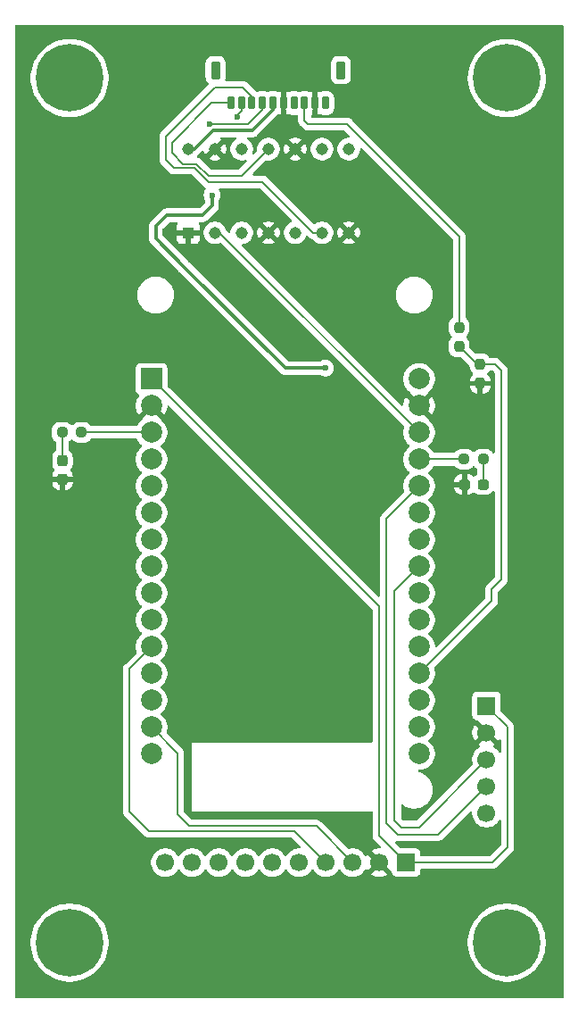
<source format=gtl>
%TF.GenerationSoftware,KiCad,Pcbnew,9.0.5*%
%TF.CreationDate,2026-02-25T00:45:25+01:00*%
%TF.ProjectId,DronePCB,44726f6e-6550-4434-922e-6b696361645f,rev?*%
%TF.SameCoordinates,Original*%
%TF.FileFunction,Copper,L1,Top*%
%TF.FilePolarity,Positive*%
%FSLAX46Y46*%
G04 Gerber Fmt 4.6, Leading zero omitted, Abs format (unit mm)*
G04 Created by KiCad (PCBNEW 9.0.5) date 2026-02-25 00:45:25*
%MOMM*%
%LPD*%
G01*
G04 APERTURE LIST*
G04 Aperture macros list*
%AMRoundRect*
0 Rectangle with rounded corners*
0 $1 Rounding radius*
0 $2 $3 $4 $5 $6 $7 $8 $9 X,Y pos of 4 corners*
0 Add a 4 corners polygon primitive as box body*
4,1,4,$2,$3,$4,$5,$6,$7,$8,$9,$2,$3,0*
0 Add four circle primitives for the rounded corners*
1,1,$1+$1,$2,$3*
1,1,$1+$1,$4,$5*
1,1,$1+$1,$6,$7*
1,1,$1+$1,$8,$9*
0 Add four rect primitives between the rounded corners*
20,1,$1+$1,$2,$3,$4,$5,0*
20,1,$1+$1,$4,$5,$6,$7,0*
20,1,$1+$1,$6,$7,$8,$9,0*
20,1,$1+$1,$8,$9,$2,$3,0*%
G04 Aperture macros list end*
%TA.AperFunction,SMDPad,CuDef*%
%ADD10RoundRect,0.225000X0.225000X0.625000X-0.225000X0.625000X-0.225000X-0.625000X0.225000X-0.625000X0*%
%TD*%
%TA.AperFunction,SMDPad,CuDef*%
%ADD11RoundRect,0.150000X0.150000X0.475000X-0.150000X0.475000X-0.150000X-0.475000X0.150000X-0.475000X0*%
%TD*%
%TA.AperFunction,ComponentPad*%
%ADD12C,1.700000*%
%TD*%
%TA.AperFunction,ComponentPad*%
%ADD13R,1.700000X1.700000*%
%TD*%
%TA.AperFunction,ComponentPad*%
%ADD14C,1.140000*%
%TD*%
%TA.AperFunction,ComponentPad*%
%ADD15R,1.140000X1.140000*%
%TD*%
%TA.AperFunction,SMDPad,CuDef*%
%ADD16RoundRect,0.237500X0.237500X-0.250000X0.237500X0.250000X-0.237500X0.250000X-0.237500X-0.250000X0*%
%TD*%
%TA.AperFunction,ComponentPad*%
%ADD17R,2.000000X2.000000*%
%TD*%
%TA.AperFunction,ComponentPad*%
%ADD18C,2.000000*%
%TD*%
%TA.AperFunction,SMDPad,CuDef*%
%ADD19RoundRect,0.237500X-0.287500X-0.237500X0.287500X-0.237500X0.287500X0.237500X-0.287500X0.237500X0*%
%TD*%
%TA.AperFunction,SMDPad,CuDef*%
%ADD20RoundRect,0.237500X-0.250000X-0.237500X0.250000X-0.237500X0.250000X0.237500X-0.250000X0.237500X0*%
%TD*%
%TA.AperFunction,ComponentPad*%
%ADD21C,6.400000*%
%TD*%
%TA.AperFunction,SMDPad,CuDef*%
%ADD22RoundRect,0.237500X0.237500X-0.287500X0.237500X0.287500X-0.237500X0.287500X-0.237500X-0.287500X0*%
%TD*%
%TA.AperFunction,SMDPad,CuDef*%
%ADD23RoundRect,0.237500X0.250000X0.237500X-0.250000X0.237500X-0.250000X-0.237500X0.250000X-0.237500X0*%
%TD*%
%TA.AperFunction,ViaPad*%
%ADD24C,0.600000*%
%TD*%
%TA.AperFunction,Conductor*%
%ADD25C,0.200000*%
%TD*%
%TA.AperFunction,Conductor*%
%ADD26C,0.300000*%
%TD*%
G04 APERTURE END LIST*
D10*
%TO.P,J1,MP*%
%TO.N,N/C*%
X35850000Y-21750000D03*
X47750000Y-21750000D03*
D11*
%TO.P,J1,10,Pin_10*%
%TO.N,MoteurY4*%
X37300000Y-24875000D03*
%TO.P,J1,9,Pin_9*%
%TO.N,MoteurY3*%
X38300000Y-24875000D03*
%TO.P,J1,8,Pin_8*%
%TO.N,MoteurY2*%
X39300000Y-24875000D03*
%TO.P,J1,7,Pin_7*%
%TO.N,MoteurY1*%
X40300000Y-24875000D03*
%TO.P,J1,6,Pin_6*%
%TO.N,BEC_5V*%
X41300000Y-24875000D03*
%TO.P,J1,5,Pin_5*%
%TO.N,GND*%
X42300000Y-24875000D03*
%TO.P,J1,4,Pin_4*%
%TO.N,unconnected-(J1-Pin_4-Pad4)*%
X43300000Y-24875000D03*
%TO.P,J1,3,Pin_3*%
%TO.N,BAT*%
X44300000Y-24875000D03*
%TO.P,J1,2,Pin_2*%
%TO.N,GND*%
X45300000Y-24875000D03*
%TO.P,J1,1,Pin_1*%
%TO.N,unconnected-(J1-Pin_1-Pad1)*%
X46300000Y-24875000D03*
%TD*%
D12*
%TO.P,MPU9265,10,Pin_10*%
%TO.N,unconnected-(MPU9265-Pin_10-Pad10)*%
X31080000Y-96900000D03*
%TO.P,MPU9265,9,Pin_9*%
%TO.N,unconnected-(MPU9265-Pin_9-Pad9)*%
X33620000Y-96900000D03*
%TO.P,MPU9265,8,Pin_8*%
%TO.N,unconnected-(MPU9265-Pin_8-Pad8)*%
X36160000Y-96900000D03*
%TO.P,MPU9265,7,Pin_7*%
%TO.N,unconnected-(MPU9265-Pin_7-Pad7)*%
X38700000Y-96900000D03*
%TO.P,MPU9265,6,Pin_6*%
%TO.N,unconnected-(MPU9265-Pin_6-Pad6)*%
X41240000Y-96900000D03*
%TO.P,MPU9265,5,Pin_5*%
%TO.N,unconnected-(MPU9265-Pin_5-Pad5)*%
X43780000Y-96900000D03*
%TO.P,MPU9265,4,Pin_4*%
%TO.N,SDA_0*%
X46320000Y-96900000D03*
%TO.P,MPU9265,3,Pin_3*%
%TO.N,SCL_0*%
X48860000Y-96900000D03*
%TO.P,MPU9265,2,Pin_2*%
%TO.N,GND*%
X51400000Y-96900000D03*
D13*
%TO.P,MPU9265,1,Pin_1*%
%TO.N,3V3*%
X53940000Y-96900000D03*
%TD*%
D14*
%TO.P,U2,14,VCC*%
%TO.N,BEC_5V*%
X33252500Y-29230000D03*
%TO.P,U2,13,4~{OE}*%
%TO.N,GND*%
X35792500Y-29230000D03*
%TO.P,U2,12,4A*%
%TO.N,MoteurA4*%
X38332500Y-29230000D03*
%TO.P,U2,11,4Y*%
%TO.N,MoteurY4*%
X40872500Y-29230000D03*
%TO.P,U2,10,3~{OE}*%
%TO.N,GND*%
X43412500Y-29230000D03*
%TO.P,U2,9,3A*%
%TO.N,MoteurA3*%
X45952500Y-29230000D03*
%TO.P,U2,8,3Y*%
%TO.N,MoteurY3*%
X48492500Y-29230000D03*
%TO.P,U2,7,GND*%
%TO.N,GND*%
X48492500Y-37170000D03*
%TO.P,U2,6,2Y*%
%TO.N,MoteurY2*%
X45952500Y-37170000D03*
%TO.P,U2,5,2A*%
%TO.N,MoteurA2*%
X43412500Y-37170000D03*
%TO.P,U2,4,2~{OE}*%
%TO.N,GND*%
X40872500Y-37170000D03*
%TO.P,U2,3,1Y*%
%TO.N,MoteurY1*%
X38332500Y-37170000D03*
%TO.P,U2,2,1A*%
%TO.N,MoteurA1*%
X35792500Y-37170000D03*
D15*
%TO.P,U2,1,1~{OE}*%
%TO.N,GND*%
X33252500Y-37170000D03*
%TD*%
D16*
%TO.P,R4,1*%
%TO.N,GND*%
X60972500Y-51462500D03*
%TO.P,R4,2*%
%TO.N,BatteryCheck*%
X60972500Y-49637500D03*
%TD*%
%TO.P,R3,1*%
%TO.N,BatteryCheck*%
X58972500Y-47962500D03*
%TO.P,R3,2*%
%TO.N,BAT*%
X58972500Y-46137500D03*
%TD*%
D17*
%TO.P,U1,1,3V3*%
%TO.N,3V3*%
X29772500Y-51035000D03*
D18*
%TO.P,U1,2,GND*%
%TO.N,GND*%
X29772500Y-53575000D03*
%TO.P,U1,3,D15*%
%TO.N,GPLED*%
X29772500Y-56115000D03*
%TO.P,U1,4,D2*%
%TO.N,unconnected-(U1-D2-Pad4)*%
X29772500Y-58655000D03*
%TO.P,U1,5,D4*%
%TO.N,unconnected-(U1-D4-Pad5)*%
X29772500Y-61195000D03*
%TO.P,U1,6,RX2*%
%TO.N,unconnected-(U1-RX2-Pad6)*%
X29772500Y-63735000D03*
%TO.P,U1,7,TX2*%
%TO.N,unconnected-(U1-TX2-Pad7)*%
X29772500Y-66275000D03*
%TO.P,U1,8,D5*%
%TO.N,unconnected-(U1-D5-Pad8)*%
X29772500Y-68815000D03*
%TO.P,U1,9,D18*%
%TO.N,unconnected-(U1-D18-Pad9)*%
X29772500Y-71355000D03*
%TO.P,U1,10,D19*%
%TO.N,unconnected-(U1-D19-Pad10)*%
X29772500Y-73895000D03*
%TO.P,U1,11,D21*%
%TO.N,SDA_0*%
X29772500Y-76435000D03*
%TO.P,U1,12,RX0*%
%TO.N,unconnected-(U1-RX0-Pad12)*%
X29772500Y-78975000D03*
%TO.P,U1,13,TX0*%
%TO.N,unconnected-(U1-TX0-Pad13)*%
X29772500Y-81515000D03*
%TO.P,U1,14,D22*%
%TO.N,SCL_0*%
X29772500Y-84055000D03*
%TO.P,U1,15,D23*%
%TO.N,unconnected-(U1-D23-Pad15)*%
X29772500Y-86595000D03*
%TO.P,U1,16,EN*%
%TO.N,unconnected-(U1-EN-Pad16)*%
X55172500Y-86595000D03*
%TO.P,U1,17,VP*%
%TO.N,unconnected-(U1-VP-Pad17)*%
X55172500Y-84055000D03*
%TO.P,U1,18,VN*%
%TO.N,unconnected-(U1-VN-Pad18)*%
X55172500Y-81515000D03*
%TO.P,U1,19,D34*%
%TO.N,BatteryCheck*%
X55172500Y-78975000D03*
%TO.P,U1,20,D35*%
%TO.N,unconnected-(U1-D35-Pad20)*%
X55172500Y-76435000D03*
%TO.P,U1,21,D32*%
%TO.N,unconnected-(U1-D32-Pad21)*%
X55172500Y-73895000D03*
%TO.P,U1,22,D33*%
%TO.N,MoteurA4*%
X55172500Y-71355000D03*
%TO.P,U1,23,D25*%
%TO.N,SCL_1*%
X55172500Y-68815000D03*
%TO.P,U1,24,D26*%
%TO.N,MoteurA3*%
X55172500Y-66275000D03*
%TO.P,U1,25,D27*%
%TO.N,MoteurA2*%
X55172500Y-63735000D03*
%TO.P,U1,26,D14*%
%TO.N,SDA_1*%
X55172500Y-61195000D03*
%TO.P,U1,27,D12*%
%TO.N,ReadyToFlyLED*%
X55172500Y-58655000D03*
%TO.P,U1,28,D13*%
%TO.N,MoteurA1*%
X55172500Y-56115000D03*
%TO.P,U1,29,GND*%
%TO.N,GND*%
X55172500Y-53575000D03*
%TO.P,U1,30,VIN*%
%TO.N,BEC_5V*%
X55172500Y-51035000D03*
%TD*%
D19*
%TO.P,D2,1,K*%
%TO.N,GND*%
X59497500Y-61050000D03*
%TO.P,D2,2,A*%
%TO.N,Net-(D2-A)*%
X61247500Y-61050000D03*
%TD*%
D13*
%TO.P,GY-271,1,Pin_1*%
%TO.N,3V3*%
X61572500Y-82050000D03*
D12*
%TO.P,GY-271,2,Pin_2*%
%TO.N,GND*%
X61572500Y-84590000D03*
%TO.P,GY-271,3,Pin_3*%
%TO.N,SCL_1*%
X61572500Y-87130000D03*
%TO.P,GY-271,4,Pin_4*%
%TO.N,SDA_1*%
X61572500Y-89670000D03*
%TO.P,GY-271,5,Pin_5*%
%TO.N,unconnected-(GY-271-Pin_5-Pad5)*%
X61572500Y-92210000D03*
%TD*%
D20*
%TO.P,R2,1*%
%TO.N,ReadyToFlyLED*%
X59447500Y-58650000D03*
%TO.P,R2,2*%
%TO.N,Net-(D2-A)*%
X61272500Y-58650000D03*
%TD*%
D21*
%TO.P,H1,1*%
%TO.N,N/C*%
X22000000Y-104500000D03*
%TD*%
%TO.P,H2,1*%
%TO.N,N/C*%
X63500000Y-104500000D03*
%TD*%
D22*
%TO.P,D1,1,K*%
%TO.N,GND*%
X21325000Y-60550000D03*
%TO.P,D1,2,A*%
%TO.N,Net-(D1-A)*%
X21325000Y-58800000D03*
%TD*%
D21*
%TO.P,H3,1*%
%TO.N,N/C*%
X22000000Y-22500000D03*
%TD*%
D23*
%TO.P,R1,1*%
%TO.N,GPLED*%
X23125000Y-56100000D03*
%TO.P,R1,2*%
%TO.N,Net-(D1-A)*%
X21300000Y-56100000D03*
%TD*%
D21*
%TO.P,H4,1*%
%TO.N,N/C*%
X63500000Y-22500000D03*
%TD*%
D24*
%TO.N,BEC_5V*%
X35522500Y-33600000D03*
X46272500Y-50000000D03*
%TO.N,MoteurY1*%
X35272500Y-26850000D03*
%TO.N,GND*%
X36722500Y-30850000D03*
X60472500Y-53550000D03*
X25872500Y-82350000D03*
X46972500Y-78550000D03*
X25572500Y-76150000D03*
X28950000Y-107050000D03*
X37472500Y-68050000D03*
X37072500Y-33600000D03*
X59472500Y-98250000D03*
X59972500Y-70050000D03*
X37972500Y-78550000D03*
X24397500Y-63250000D03*
X48972500Y-61050000D03*
X61100000Y-95500000D03*
X37972500Y-50050000D03*
X34972500Y-105050000D03*
%TO.N,MoteurY3*%
X37872500Y-26200000D03*
%TO.N,GND*%
X65000000Y-86800000D03*
X65000000Y-95000000D03*
X20000000Y-95000000D03*
X65000000Y-46800000D03*
X65000000Y-96800000D03*
X20000000Y-86800000D03*
X20000000Y-46800000D03*
X65500000Y-56300000D03*
X65000000Y-76800000D03*
X20000000Y-96800000D03*
X20000000Y-76800000D03*
X65000000Y-66800000D03*
X20000000Y-66800000D03*
%TD*%
D25*
%TO.N,BAT*%
X44300000Y-26550000D02*
X44300000Y-24875000D01*
X48347500Y-26875000D02*
X44625000Y-26875000D01*
X44625000Y-26875000D02*
X44300000Y-26550000D01*
X58972500Y-37500000D02*
X48347500Y-26875000D01*
X58972500Y-46137500D02*
X58972500Y-37500000D01*
%TO.N,MoteurY3*%
X38300000Y-25572500D02*
X38300000Y-24875000D01*
X37872500Y-26000000D02*
X38300000Y-25572500D01*
X37872500Y-26200000D02*
X37872500Y-26000000D01*
%TO.N,MoteurY2*%
X38423999Y-23374000D02*
X39300000Y-24250001D01*
X39300000Y-24250001D02*
X39300000Y-24875000D01*
X35798500Y-23374000D02*
X38423999Y-23374000D01*
%TO.N,MoteurY4*%
X35497500Y-24875000D02*
X37300000Y-24875000D01*
X31722500Y-28650000D02*
X35497500Y-24875000D01*
D26*
%TO.N,BEC_5V*%
X39349999Y-27450000D02*
X41300000Y-25499999D01*
X35593154Y-27450000D02*
X39349999Y-27450000D01*
X33813154Y-29230000D02*
X35593154Y-27450000D01*
X33252500Y-29230000D02*
X33813154Y-29230000D01*
X41300000Y-25499999D02*
X41300000Y-24875000D01*
D25*
%TO.N,MoteurY1*%
X40300000Y-25499999D02*
X40300000Y-24875000D01*
X35272500Y-26850000D02*
X38949999Y-26850000D01*
X38949999Y-26850000D02*
X40300000Y-25499999D01*
%TO.N,SCL_0*%
X32272500Y-86555000D02*
X29772500Y-84055000D01*
X33372500Y-93450000D02*
X32272500Y-92350000D01*
X32272500Y-92350000D02*
X32272500Y-86555000D01*
X45410000Y-93450000D02*
X33372500Y-93450000D01*
X48860000Y-96900000D02*
X45410000Y-93450000D01*
%TO.N,3V3*%
X53940000Y-96900000D02*
X62122500Y-96900000D01*
X62122500Y-96900000D02*
X63572500Y-95450000D01*
X51353500Y-72616000D02*
X51353500Y-94313500D01*
X51353500Y-94313500D02*
X53940000Y-96900000D01*
%TO.N,SDA_0*%
X43370000Y-93950000D02*
X46320000Y-96900000D01*
X29572500Y-93950000D02*
X43370000Y-93950000D01*
%TO.N,GPLED*%
X29757500Y-56100000D02*
X29772500Y-56115000D01*
X23125000Y-56100000D02*
X29757500Y-56100000D01*
%TO.N,BatteryCheck*%
X60972500Y-49637500D02*
X60647500Y-49637500D01*
X55172500Y-78975000D02*
X62073500Y-72074000D01*
%TO.N,MoteurY2*%
X35172500Y-32350000D02*
X40322500Y-32350000D01*
X31122500Y-28050000D02*
X31122500Y-30250000D01*
%TO.N,ReadyToFlyLED*%
X59442500Y-58655000D02*
X59447500Y-58650000D01*
%TO.N,MoteurY2*%
X33872500Y-31050000D02*
X35172500Y-32350000D01*
%TO.N,MoteurA1*%
X55172500Y-56115000D02*
X36227500Y-37170000D01*
%TO.N,MoteurY2*%
X31922500Y-31050000D02*
X33872500Y-31050000D01*
%TO.N,MoteurA1*%
X36227500Y-37170000D02*
X35792500Y-37170000D01*
%TO.N,BatteryCheck*%
X62972500Y-50225000D02*
X62385000Y-49637500D01*
%TO.N,MoteurY2*%
X40322500Y-32350000D02*
X45142500Y-37170000D01*
%TO.N,ReadyToFlyLED*%
X55172500Y-58655000D02*
X59442500Y-58655000D01*
%TO.N,MoteurY2*%
X45142500Y-37170000D02*
X45952500Y-37170000D01*
X31122500Y-30250000D02*
X31922500Y-31050000D01*
X35798500Y-23374000D02*
X31122500Y-28050000D01*
%TO.N,SDA_1*%
X56992500Y-94250000D02*
X61572500Y-89670000D01*
D26*
%TO.N,BEC_5V*%
X31222500Y-35500000D02*
X30172500Y-36550000D01*
X42472500Y-50000000D02*
X46272500Y-50000000D01*
D25*
%TO.N,BatteryCheck*%
X62385000Y-49637500D02*
X60972500Y-49637500D01*
D26*
%TO.N,BEC_5V*%
X30172500Y-37700000D02*
X32872500Y-40400000D01*
D25*
%TO.N,BatteryCheck*%
X60647500Y-49637500D02*
X58972500Y-47962500D01*
%TO.N,3V3*%
X63572500Y-84050000D02*
X63572500Y-95450000D01*
%TO.N,MoteurY4*%
X31722500Y-29600000D02*
X32771500Y-30649000D01*
%TO.N,3V3*%
X29772500Y-51035000D02*
X51353500Y-72616000D01*
%TO.N,MoteurY4*%
X34038600Y-30649000D02*
X35189600Y-31800000D01*
X32771500Y-30649000D02*
X34038600Y-30649000D01*
%TO.N,SCL_1*%
X53472500Y-93550000D02*
X55152500Y-93550000D01*
D26*
%TO.N,BEC_5V*%
X35522500Y-34600000D02*
X34622500Y-35500000D01*
D25*
%TO.N,SCL_1*%
X52851500Y-92929000D02*
X53472500Y-93550000D01*
D26*
%TO.N,BEC_5V*%
X30172500Y-36550000D02*
X30172500Y-37700000D01*
D25*
%TO.N,SCL_1*%
X55172500Y-68815000D02*
X52851500Y-71136000D01*
X52851500Y-71136000D02*
X52851500Y-92929000D01*
%TO.N,MoteurY4*%
X35189600Y-31800000D02*
X38302500Y-31800000D01*
D26*
%TO.N,BEC_5V*%
X32872500Y-40400000D02*
X42472500Y-50000000D01*
D25*
%TO.N,3V3*%
X61572500Y-82050000D02*
X63572500Y-84050000D01*
%TO.N,SCL_1*%
X55152500Y-93550000D02*
X61572500Y-87130000D01*
D26*
%TO.N,BEC_5V*%
X35522500Y-33600000D02*
X35522500Y-34600000D01*
D25*
%TO.N,SDA_1*%
X55172500Y-61195000D02*
X52072500Y-64295000D01*
D26*
%TO.N,BEC_5V*%
X34622500Y-35500000D02*
X31222500Y-35500000D01*
D25*
%TO.N,MoteurY4*%
X31722500Y-28650000D02*
X31722500Y-29600000D01*
%TO.N,SDA_1*%
X53172500Y-94250000D02*
X56992500Y-94250000D01*
X52072500Y-93150000D02*
X53172500Y-94250000D01*
%TO.N,MoteurY4*%
X38302500Y-31800000D02*
X40872500Y-29230000D01*
%TO.N,SDA_1*%
X52072500Y-64295000D02*
X52072500Y-93150000D01*
%TO.N,BatteryCheck*%
X62972500Y-70050000D02*
X62073500Y-70949000D01*
X62972500Y-50225000D02*
X62972500Y-70050000D01*
X62073500Y-70949000D02*
X62073500Y-72074000D01*
%TO.N,GND*%
X25872500Y-82350000D02*
X25872500Y-82150000D01*
X25872500Y-82150000D02*
X25672500Y-81950000D01*
%TO.N,SDA_0*%
X29772500Y-76435000D02*
X27672500Y-78535000D01*
%TO.N,Net-(D2-A)*%
X61272500Y-61025000D02*
X61247500Y-61050000D01*
%TO.N,SDA_0*%
X27672500Y-92050000D02*
X29572500Y-93950000D01*
%TO.N,Net-(D2-A)*%
X61272500Y-58650000D02*
X61272500Y-61025000D01*
%TO.N,GND*%
X25672500Y-76250000D02*
X25572500Y-76150000D01*
%TO.N,SDA_0*%
X27672500Y-78535000D02*
X27672500Y-92050000D01*
%TO.N,Net-(D1-A)*%
X21300000Y-58775000D02*
X21325000Y-58800000D01*
X21300000Y-56100000D02*
X21300000Y-58775000D01*
%TD*%
%TA.AperFunction,Conductor*%
%TO.N,GND*%
G36*
X31477703Y-53589884D02*
G01*
X31484181Y-53595916D01*
X50716681Y-72828416D01*
X50750166Y-72889739D01*
X50753000Y-72916097D01*
X50753000Y-85411000D01*
X50733315Y-85478039D01*
X50680511Y-85523794D01*
X50629000Y-85535000D01*
X33562500Y-85535000D01*
X33562500Y-92025000D01*
X50629000Y-92025000D01*
X50696039Y-92044685D01*
X50741794Y-92097489D01*
X50753000Y-92149000D01*
X50753000Y-94226830D01*
X50752999Y-94226848D01*
X50752999Y-94392554D01*
X50752998Y-94392554D01*
X50752999Y-94392557D01*
X50793923Y-94545285D01*
X50817903Y-94586819D01*
X50822858Y-94595400D01*
X50822859Y-94595404D01*
X50822860Y-94595404D01*
X50872979Y-94682214D01*
X50872981Y-94682217D01*
X50991849Y-94801085D01*
X50991855Y-94801090D01*
X51529084Y-95338319D01*
X51562569Y-95399642D01*
X51557585Y-95469334D01*
X51515713Y-95525267D01*
X51450249Y-95549684D01*
X51441403Y-95550000D01*
X51293754Y-95550000D01*
X51083872Y-95583242D01*
X51083869Y-95583242D01*
X50881782Y-95648904D01*
X50692439Y-95745380D01*
X50638282Y-95784727D01*
X50638282Y-95784728D01*
X51270591Y-96417037D01*
X51207007Y-96434075D01*
X51092993Y-96499901D01*
X50999901Y-96592993D01*
X50934075Y-96707007D01*
X50917037Y-96770591D01*
X50284728Y-96138282D01*
X50284727Y-96138282D01*
X50245380Y-96192440D01*
X50245376Y-96192446D01*
X50240760Y-96201505D01*
X50192781Y-96252297D01*
X50124959Y-96269087D01*
X50058826Y-96246543D01*
X50019794Y-96201493D01*
X50015051Y-96192184D01*
X50015049Y-96192181D01*
X50015048Y-96192179D01*
X49890109Y-96020213D01*
X49739786Y-95869890D01*
X49567820Y-95744951D01*
X49378414Y-95648444D01*
X49378413Y-95648443D01*
X49378412Y-95648443D01*
X49176243Y-95582754D01*
X49176241Y-95582753D01*
X49176240Y-95582753D01*
X49014957Y-95557208D01*
X48966287Y-95549500D01*
X48753713Y-95549500D01*
X48725006Y-95554046D01*
X48543757Y-95582753D01*
X48501473Y-95596492D01*
X48431632Y-95598486D01*
X48375476Y-95566241D01*
X45897590Y-93088355D01*
X45897588Y-93088352D01*
X45778717Y-92969481D01*
X45778716Y-92969480D01*
X45674960Y-92909577D01*
X45674959Y-92909576D01*
X45641783Y-92890422D01*
X45585881Y-92875443D01*
X45489057Y-92849499D01*
X45330943Y-92849499D01*
X45323347Y-92849499D01*
X45323331Y-92849500D01*
X33672597Y-92849500D01*
X33605558Y-92829815D01*
X33584916Y-92813181D01*
X32909319Y-92137584D01*
X32875834Y-92076261D01*
X32873000Y-92049903D01*
X32873000Y-86644059D01*
X32873001Y-86644046D01*
X32873001Y-86475945D01*
X32873001Y-86475943D01*
X32832077Y-86323215D01*
X32789926Y-86250208D01*
X32753020Y-86186284D01*
X32641216Y-86074480D01*
X32636885Y-86070149D01*
X32636874Y-86070139D01*
X31225298Y-84658563D01*
X31191813Y-84597240D01*
X31195047Y-84532566D01*
X31236053Y-84406368D01*
X31270338Y-84189901D01*
X31273000Y-84173097D01*
X31273000Y-83936902D01*
X31236053Y-83703631D01*
X31192464Y-83569480D01*
X31163068Y-83479008D01*
X31163066Y-83479005D01*
X31163066Y-83479003D01*
X31106502Y-83367991D01*
X31055843Y-83268567D01*
X30917017Y-83077490D01*
X30750010Y-82910483D01*
X30715372Y-82885317D01*
X30672707Y-82829989D01*
X30666728Y-82760375D01*
X30699333Y-82698580D01*
X30715373Y-82684682D01*
X30750010Y-82659517D01*
X30917017Y-82492510D01*
X31055843Y-82301433D01*
X31163068Y-82090992D01*
X31236053Y-81866368D01*
X31273000Y-81633097D01*
X31273000Y-81396902D01*
X31236053Y-81163631D01*
X31169131Y-80957669D01*
X31163068Y-80939008D01*
X31163066Y-80939005D01*
X31163066Y-80939003D01*
X31071858Y-80759999D01*
X31055843Y-80728567D01*
X30917017Y-80537490D01*
X30750010Y-80370483D01*
X30715372Y-80345317D01*
X30672707Y-80289989D01*
X30666728Y-80220375D01*
X30699333Y-80158580D01*
X30715373Y-80144682D01*
X30750010Y-80119517D01*
X30917017Y-79952510D01*
X31055843Y-79761433D01*
X31163068Y-79550992D01*
X31236053Y-79326368D01*
X31273000Y-79093097D01*
X31273000Y-78856902D01*
X31236053Y-78623631D01*
X31172356Y-78427593D01*
X31163068Y-78399008D01*
X31163066Y-78399005D01*
X31163066Y-78399003D01*
X31088722Y-78253096D01*
X31055843Y-78188567D01*
X30917017Y-77997490D01*
X30750010Y-77830483D01*
X30715372Y-77805317D01*
X30672707Y-77749989D01*
X30666728Y-77680375D01*
X30699333Y-77618580D01*
X30715373Y-77604682D01*
X30750010Y-77579517D01*
X30917017Y-77412510D01*
X31055843Y-77221433D01*
X31163068Y-77010992D01*
X31236053Y-76786368D01*
X31273000Y-76553097D01*
X31273000Y-76316902D01*
X31236053Y-76083631D01*
X31163066Y-75859003D01*
X31055842Y-75648566D01*
X30917017Y-75457490D01*
X30750010Y-75290483D01*
X30715372Y-75265317D01*
X30672707Y-75209989D01*
X30666728Y-75140375D01*
X30699333Y-75078580D01*
X30715373Y-75064682D01*
X30750010Y-75039517D01*
X30917017Y-74872510D01*
X31055843Y-74681433D01*
X31163068Y-74470992D01*
X31236053Y-74246368D01*
X31273000Y-74013097D01*
X31273000Y-73776902D01*
X31236053Y-73543631D01*
X31163066Y-73319003D01*
X31055842Y-73108566D01*
X30917017Y-72917490D01*
X30750010Y-72750483D01*
X30715372Y-72725317D01*
X30672707Y-72669989D01*
X30666728Y-72600375D01*
X30699333Y-72538580D01*
X30715373Y-72524682D01*
X30750010Y-72499517D01*
X30917017Y-72332510D01*
X31055843Y-72141433D01*
X31163068Y-71930992D01*
X31236053Y-71706368D01*
X31240290Y-71679616D01*
X31273000Y-71473097D01*
X31273000Y-71236902D01*
X31236053Y-71003631D01*
X31163066Y-70779003D01*
X31076739Y-70609578D01*
X31055843Y-70568567D01*
X30917017Y-70377490D01*
X30750010Y-70210483D01*
X30715372Y-70185317D01*
X30672707Y-70129989D01*
X30666728Y-70060375D01*
X30699333Y-69998580D01*
X30715373Y-69984682D01*
X30750010Y-69959517D01*
X30917017Y-69792510D01*
X31055843Y-69601433D01*
X31163068Y-69390992D01*
X31236053Y-69166368D01*
X31273000Y-68933097D01*
X31273000Y-68696902D01*
X31236053Y-68463631D01*
X31163066Y-68239003D01*
X31055842Y-68028566D01*
X30917017Y-67837490D01*
X30750010Y-67670483D01*
X30715372Y-67645317D01*
X30672707Y-67589989D01*
X30666728Y-67520375D01*
X30699333Y-67458580D01*
X30715373Y-67444682D01*
X30750010Y-67419517D01*
X30917017Y-67252510D01*
X31055843Y-67061433D01*
X31163068Y-66850992D01*
X31236053Y-66626368D01*
X31273000Y-66393097D01*
X31273000Y-66156902D01*
X31236053Y-65923631D01*
X31163066Y-65699003D01*
X31055842Y-65488566D01*
X30917017Y-65297490D01*
X30750010Y-65130483D01*
X30715372Y-65105317D01*
X30672707Y-65049989D01*
X30666728Y-64980375D01*
X30699333Y-64918580D01*
X30715373Y-64904682D01*
X30750010Y-64879517D01*
X30917017Y-64712510D01*
X31055843Y-64521433D01*
X31163068Y-64310992D01*
X31236053Y-64086368D01*
X31247658Y-64013095D01*
X31273000Y-63853097D01*
X31273000Y-63616902D01*
X31236053Y-63383631D01*
X31163066Y-63159003D01*
X31055842Y-62948566D01*
X30917017Y-62757490D01*
X30750010Y-62590483D01*
X30715372Y-62565317D01*
X30672707Y-62509989D01*
X30666728Y-62440375D01*
X30699333Y-62378580D01*
X30715373Y-62364682D01*
X30750010Y-62339517D01*
X30917017Y-62172510D01*
X31055843Y-61981433D01*
X31163068Y-61770992D01*
X31236053Y-61546368D01*
X31256076Y-61419947D01*
X31273000Y-61313097D01*
X31273000Y-61076902D01*
X31236053Y-60843631D01*
X31163066Y-60619003D01*
X31106502Y-60507991D01*
X31055843Y-60408567D01*
X30917017Y-60217490D01*
X30750010Y-60050483D01*
X30715372Y-60025317D01*
X30672707Y-59969989D01*
X30666728Y-59900375D01*
X30699333Y-59838580D01*
X30715373Y-59824682D01*
X30750010Y-59799517D01*
X30917017Y-59632510D01*
X31055843Y-59441433D01*
X31163068Y-59230992D01*
X31236053Y-59006368D01*
X31247091Y-58936677D01*
X31273000Y-58773097D01*
X31273000Y-58536902D01*
X31236053Y-58303631D01*
X31163066Y-58079003D01*
X31082587Y-57921055D01*
X31055843Y-57868567D01*
X30917017Y-57677490D01*
X30750010Y-57510483D01*
X30715372Y-57485317D01*
X30672707Y-57429989D01*
X30666728Y-57360375D01*
X30699333Y-57298580D01*
X30715373Y-57284682D01*
X30750010Y-57259517D01*
X30917017Y-57092510D01*
X31055843Y-56901433D01*
X31163068Y-56690992D01*
X31236053Y-56466368D01*
X31248676Y-56386669D01*
X31273000Y-56233097D01*
X31273000Y-55996902D01*
X31236053Y-55763631D01*
X31174034Y-55572758D01*
X31163068Y-55539008D01*
X31163066Y-55539005D01*
X31163066Y-55539003D01*
X31093081Y-55401650D01*
X31055843Y-55328567D01*
X30917017Y-55137490D01*
X30750010Y-54970483D01*
X30690782Y-54927451D01*
X30648117Y-54872122D01*
X30640050Y-54817404D01*
X30641604Y-54797657D01*
X29910074Y-54066128D01*
X29969353Y-54050245D01*
X30085647Y-53983102D01*
X30180602Y-53888147D01*
X30247745Y-53771853D01*
X30263628Y-53712575D01*
X30995158Y-54444105D01*
X30995158Y-54444104D01*
X31055414Y-54361169D01*
X31055418Y-54361163D01*
X31162602Y-54150802D01*
X31235565Y-53926247D01*
X31272500Y-53693052D01*
X31272500Y-53683597D01*
X31292185Y-53616558D01*
X31344989Y-53570803D01*
X31414147Y-53560859D01*
X31477703Y-53589884D01*
G37*
%TD.AperFunction*%
%TA.AperFunction,Conductor*%
G36*
X60127898Y-92051953D02*
G01*
X60141334Y-92052914D01*
X60159060Y-92066184D01*
X60179203Y-92075383D01*
X60186485Y-92086714D01*
X60197267Y-92094786D01*
X60205004Y-92115531D01*
X60216977Y-92134161D01*
X60220128Y-92156079D01*
X60221684Y-92160250D01*
X60222000Y-92169096D01*
X60222000Y-92316287D01*
X60255254Y-92526243D01*
X60317790Y-92718709D01*
X60320944Y-92728414D01*
X60417451Y-92917820D01*
X60542390Y-93089786D01*
X60692713Y-93240109D01*
X60864679Y-93365048D01*
X60864681Y-93365049D01*
X60864684Y-93365051D01*
X61054088Y-93461557D01*
X61256257Y-93527246D01*
X61466213Y-93560500D01*
X61466214Y-93560500D01*
X61678786Y-93560500D01*
X61678787Y-93560500D01*
X61888743Y-93527246D01*
X62090912Y-93461557D01*
X62280316Y-93365051D01*
X62335763Y-93324767D01*
X62452286Y-93240109D01*
X62452288Y-93240106D01*
X62452292Y-93240104D01*
X62602604Y-93089792D01*
X62602606Y-93089788D01*
X62602609Y-93089786D01*
X62727550Y-92917817D01*
X62729913Y-92913181D01*
X62737515Y-92898261D01*
X62785489Y-92847464D01*
X62853310Y-92830669D01*
X62919445Y-92853206D01*
X62962897Y-92907921D01*
X62972000Y-92954555D01*
X62972000Y-95149902D01*
X62952315Y-95216941D01*
X62935681Y-95237583D01*
X61910084Y-96263181D01*
X61848761Y-96296666D01*
X61822403Y-96299500D01*
X55414499Y-96299500D01*
X55347460Y-96279815D01*
X55301705Y-96227011D01*
X55290499Y-96175500D01*
X55290499Y-96002129D01*
X55290498Y-96002123D01*
X55284091Y-95942516D01*
X55233797Y-95807671D01*
X55233793Y-95807664D01*
X55147547Y-95692455D01*
X55147544Y-95692452D01*
X55032335Y-95606206D01*
X55032328Y-95606202D01*
X54897482Y-95555908D01*
X54897483Y-95555908D01*
X54837883Y-95549501D01*
X54837881Y-95549500D01*
X54837873Y-95549500D01*
X54837865Y-95549500D01*
X53490097Y-95549500D01*
X53423058Y-95529815D01*
X53402416Y-95513181D01*
X52937500Y-95048265D01*
X52904015Y-94986942D01*
X52908999Y-94917250D01*
X52950871Y-94861317D01*
X53016335Y-94836900D01*
X53032543Y-94836803D01*
X53045111Y-94837550D01*
X53093443Y-94850501D01*
X53251557Y-94850501D01*
X53251561Y-94850500D01*
X56905831Y-94850500D01*
X56905847Y-94850501D01*
X56913443Y-94850501D01*
X57071554Y-94850501D01*
X57071557Y-94850501D01*
X57224285Y-94809577D01*
X57274404Y-94780639D01*
X57361216Y-94730520D01*
X57473020Y-94618716D01*
X57473020Y-94618714D01*
X57483228Y-94608507D01*
X57483230Y-94608504D01*
X60010319Y-92081415D01*
X60029755Y-92070802D01*
X60046489Y-92056302D01*
X60059820Y-92054385D01*
X60071642Y-92047930D01*
X60093728Y-92049509D01*
X60115647Y-92046358D01*
X60127898Y-92051953D01*
G37*
%TD.AperFunction*%
%TA.AperFunction,Conductor*%
G36*
X62687770Y-85351717D02*
G01*
X62687770Y-85351716D01*
X62727124Y-85297552D01*
X62737515Y-85277159D01*
X62785489Y-85226362D01*
X62853310Y-85209567D01*
X62919445Y-85232104D01*
X62962897Y-85286819D01*
X62972000Y-85333453D01*
X62972000Y-86385444D01*
X62952315Y-86452483D01*
X62899511Y-86498238D01*
X62830353Y-86508182D01*
X62766797Y-86479157D01*
X62737516Y-86441740D01*
X62727550Y-86422182D01*
X62602609Y-86250213D01*
X62452286Y-86099890D01*
X62280317Y-85974949D01*
X62271004Y-85970204D01*
X62220207Y-85922230D01*
X62203412Y-85854409D01*
X62225949Y-85788274D01*
X62271007Y-85749232D01*
X62280055Y-85744622D01*
X62334216Y-85705270D01*
X62334217Y-85705270D01*
X61701908Y-85072962D01*
X61765493Y-85055925D01*
X61879507Y-84990099D01*
X61972599Y-84897007D01*
X62038425Y-84782993D01*
X62055462Y-84719408D01*
X62687770Y-85351717D01*
G37*
%TD.AperFunction*%
%TA.AperFunction,Conductor*%
G36*
X58497973Y-59258374D02*
G01*
X58508100Y-59257110D01*
X58530932Y-59268052D01*
X58555222Y-59275185D01*
X58563580Y-59283700D01*
X58571107Y-59287307D01*
X58593722Y-59314404D01*
X58604180Y-59331360D01*
X58614660Y-59348350D01*
X58736650Y-59470340D01*
X58883484Y-59560908D01*
X59047247Y-59615174D01*
X59148323Y-59625500D01*
X59746676Y-59625499D01*
X59746684Y-59625498D01*
X59746687Y-59625498D01*
X59802030Y-59619844D01*
X59847753Y-59615174D01*
X60011516Y-59560908D01*
X60158350Y-59470340D01*
X60272319Y-59356371D01*
X60276438Y-59354121D01*
X60278984Y-59350178D01*
X60306816Y-59337533D01*
X60333642Y-59322886D01*
X60338322Y-59323220D01*
X60342597Y-59321279D01*
X60372846Y-59325689D01*
X60403334Y-59327870D01*
X60408379Y-59330870D01*
X60411735Y-59331360D01*
X60426630Y-59341724D01*
X60441389Y-59350501D01*
X60444634Y-59353324D01*
X60561650Y-59470340D01*
X60621736Y-59507401D01*
X60629389Y-59514059D01*
X60642967Y-59535280D01*
X60659821Y-59554017D01*
X60662500Y-59565807D01*
X60667046Y-59572912D01*
X60667020Y-59585698D01*
X60672000Y-59607610D01*
X60672000Y-60053838D01*
X60652315Y-60120877D01*
X60613097Y-60159376D01*
X60499153Y-60229657D01*
X60499149Y-60229660D01*
X60459826Y-60268983D01*
X60398503Y-60302468D01*
X60328811Y-60297482D01*
X60284465Y-60268982D01*
X60245538Y-60230055D01*
X60245534Y-60230052D01*
X60098811Y-60139551D01*
X60098800Y-60139546D01*
X59935152Y-60085319D01*
X59834154Y-60075000D01*
X59747500Y-60075000D01*
X59747500Y-62024999D01*
X59834140Y-62024999D01*
X59834154Y-62024998D01*
X59935152Y-62014680D01*
X60098800Y-61960453D01*
X60098811Y-61960448D01*
X60245534Y-61869947D01*
X60245537Y-61869945D01*
X60284464Y-61831018D01*
X60345787Y-61797532D01*
X60415478Y-61802516D01*
X60459827Y-61831017D01*
X60499150Y-61870340D01*
X60645984Y-61960908D01*
X60809747Y-62015174D01*
X60910823Y-62025500D01*
X61584176Y-62025499D01*
X61584184Y-62025498D01*
X61584187Y-62025498D01*
X61639530Y-62019844D01*
X61685253Y-62015174D01*
X61849016Y-61960908D01*
X61995850Y-61870340D01*
X62117840Y-61748350D01*
X62142462Y-61708430D01*
X62194409Y-61661708D01*
X62263372Y-61650485D01*
X62327454Y-61678329D01*
X62366310Y-61736397D01*
X62372000Y-61773529D01*
X62372000Y-69749902D01*
X62352315Y-69816941D01*
X62335681Y-69837583D01*
X61592981Y-70580282D01*
X61592977Y-70580287D01*
X61576069Y-70609575D01*
X61576068Y-70609577D01*
X61513923Y-70717215D01*
X61472999Y-70869943D01*
X61472999Y-70869945D01*
X61472999Y-71038046D01*
X61473000Y-71038059D01*
X61473000Y-71773901D01*
X61453315Y-71840940D01*
X61436681Y-71861582D01*
X56884681Y-76413582D01*
X56823358Y-76447067D01*
X56753666Y-76442083D01*
X56697733Y-76400211D01*
X56673316Y-76334747D01*
X56673000Y-76325901D01*
X56673000Y-76316902D01*
X56636053Y-76083631D01*
X56563066Y-75859003D01*
X56455842Y-75648566D01*
X56317017Y-75457490D01*
X56150010Y-75290483D01*
X56115372Y-75265317D01*
X56072707Y-75209989D01*
X56066728Y-75140375D01*
X56099333Y-75078580D01*
X56115373Y-75064682D01*
X56150010Y-75039517D01*
X56317017Y-74872510D01*
X56455843Y-74681433D01*
X56563068Y-74470992D01*
X56636053Y-74246368D01*
X56673000Y-74013097D01*
X56673000Y-73776902D01*
X56636053Y-73543631D01*
X56563066Y-73319003D01*
X56455842Y-73108566D01*
X56317017Y-72917490D01*
X56150010Y-72750483D01*
X56115372Y-72725317D01*
X56072707Y-72669989D01*
X56066728Y-72600375D01*
X56099333Y-72538580D01*
X56115373Y-72524682D01*
X56150010Y-72499517D01*
X56317017Y-72332510D01*
X56455843Y-72141433D01*
X56563068Y-71930992D01*
X56636053Y-71706368D01*
X56640290Y-71679616D01*
X56673000Y-71473097D01*
X56673000Y-71236902D01*
X56636053Y-71003631D01*
X56563066Y-70779003D01*
X56476739Y-70609578D01*
X56455843Y-70568567D01*
X56317017Y-70377490D01*
X56150010Y-70210483D01*
X56115372Y-70185317D01*
X56072707Y-70129989D01*
X56066728Y-70060375D01*
X56099333Y-69998580D01*
X56115373Y-69984682D01*
X56150010Y-69959517D01*
X56317017Y-69792510D01*
X56455843Y-69601433D01*
X56563068Y-69390992D01*
X56636053Y-69166368D01*
X56673000Y-68933097D01*
X56673000Y-68696902D01*
X56636053Y-68463631D01*
X56563066Y-68239003D01*
X56455842Y-68028566D01*
X56317017Y-67837490D01*
X56150010Y-67670483D01*
X56115372Y-67645317D01*
X56072707Y-67589989D01*
X56066728Y-67520375D01*
X56099333Y-67458580D01*
X56115373Y-67444682D01*
X56150010Y-67419517D01*
X56317017Y-67252510D01*
X56455843Y-67061433D01*
X56563068Y-66850992D01*
X56636053Y-66626368D01*
X56673000Y-66393097D01*
X56673000Y-66156902D01*
X56636053Y-65923631D01*
X56563066Y-65699003D01*
X56455842Y-65488566D01*
X56317017Y-65297490D01*
X56150010Y-65130483D01*
X56115372Y-65105317D01*
X56072707Y-65049989D01*
X56066728Y-64980375D01*
X56099333Y-64918580D01*
X56115373Y-64904682D01*
X56150010Y-64879517D01*
X56317017Y-64712510D01*
X56455843Y-64521433D01*
X56563068Y-64310992D01*
X56636053Y-64086368D01*
X56647658Y-64013095D01*
X56673000Y-63853097D01*
X56673000Y-63616902D01*
X56636053Y-63383631D01*
X56563066Y-63159003D01*
X56455842Y-62948566D01*
X56317017Y-62757490D01*
X56150010Y-62590483D01*
X56115372Y-62565317D01*
X56072707Y-62509989D01*
X56066728Y-62440375D01*
X56099333Y-62378580D01*
X56115373Y-62364682D01*
X56150010Y-62339517D01*
X56317017Y-62172510D01*
X56455843Y-61981433D01*
X56563068Y-61770992D01*
X56636053Y-61546368D01*
X56656076Y-61419947D01*
X56669269Y-61336654D01*
X58472501Y-61336654D01*
X58482819Y-61437652D01*
X58537046Y-61601300D01*
X58537051Y-61601311D01*
X58627552Y-61748034D01*
X58627555Y-61748038D01*
X58749461Y-61869944D01*
X58749465Y-61869947D01*
X58896188Y-61960448D01*
X58896199Y-61960453D01*
X59059847Y-62014680D01*
X59160851Y-62024999D01*
X59247500Y-62024998D01*
X59247500Y-61300000D01*
X58472501Y-61300000D01*
X58472501Y-61336654D01*
X56669269Y-61336654D01*
X56673000Y-61313097D01*
X56673000Y-61076902D01*
X56642865Y-60886641D01*
X56636053Y-60843632D01*
X56636052Y-60843628D01*
X56636052Y-60843627D01*
X56621394Y-60798514D01*
X56609967Y-60763345D01*
X58472500Y-60763345D01*
X58472500Y-60800000D01*
X59247500Y-60800000D01*
X59247500Y-60075000D01*
X59247499Y-60074999D01*
X59160860Y-60075000D01*
X59160843Y-60075001D01*
X59059847Y-60085319D01*
X58896199Y-60139546D01*
X58896188Y-60139551D01*
X58749465Y-60230052D01*
X58749461Y-60230055D01*
X58627555Y-60351961D01*
X58627552Y-60351965D01*
X58537051Y-60498688D01*
X58537046Y-60498699D01*
X58482819Y-60662347D01*
X58472500Y-60763345D01*
X56609967Y-60763345D01*
X56563066Y-60619003D01*
X56506502Y-60507991D01*
X56455843Y-60408567D01*
X56317017Y-60217490D01*
X56150010Y-60050483D01*
X56115372Y-60025317D01*
X56072707Y-59969989D01*
X56066728Y-59900375D01*
X56099333Y-59838580D01*
X56115373Y-59824682D01*
X56150010Y-59799517D01*
X56317017Y-59632510D01*
X56455843Y-59441433D01*
X56516083Y-59323204D01*
X56564058Y-59272409D01*
X56626568Y-59255500D01*
X58488183Y-59255500D01*
X58497973Y-59258374D01*
G37*
%TD.AperFunction*%
%TA.AperFunction,Conductor*%
G36*
X37754332Y-28120185D02*
G01*
X37800087Y-28172989D01*
X37810031Y-28242147D01*
X37781006Y-28305703D01*
X37756184Y-28327602D01*
X37650096Y-28398487D01*
X37650092Y-28398490D01*
X37500990Y-28547592D01*
X37500987Y-28547596D01*
X37383838Y-28722921D01*
X37383833Y-28722930D01*
X37303138Y-28917746D01*
X37303136Y-28917754D01*
X37262000Y-29124560D01*
X37262000Y-29335439D01*
X37303136Y-29542245D01*
X37303138Y-29542253D01*
X37383833Y-29737069D01*
X37383838Y-29737078D01*
X37500987Y-29912403D01*
X37500990Y-29912407D01*
X37650092Y-30061509D01*
X37650096Y-30061512D01*
X37825421Y-30178661D01*
X37825430Y-30178666D01*
X37839539Y-30184510D01*
X38020247Y-30259362D01*
X38160980Y-30287355D01*
X38227060Y-30300499D01*
X38227064Y-30300500D01*
X38227065Y-30300500D01*
X38437936Y-30300500D01*
X38437937Y-30300499D01*
X38644753Y-30259362D01*
X38664851Y-30251036D01*
X38734319Y-30243567D01*
X38796799Y-30274841D01*
X38832453Y-30334929D01*
X38829960Y-30404754D01*
X38799986Y-30453278D01*
X38090084Y-31163181D01*
X38028761Y-31196666D01*
X38002403Y-31199500D01*
X35489697Y-31199500D01*
X35422658Y-31179815D01*
X35402016Y-31163181D01*
X34526190Y-30287355D01*
X34519121Y-30280286D01*
X34519120Y-30280284D01*
X34407316Y-30168480D01*
X34320504Y-30118360D01*
X34320504Y-30118359D01*
X34320500Y-30118358D01*
X34270385Y-30089423D01*
X34179138Y-30064973D01*
X34154449Y-30049923D01*
X34128370Y-30037447D01*
X34124982Y-30031962D01*
X34119477Y-30028607D01*
X34106845Y-30002602D01*
X34091650Y-29978004D01*
X34091765Y-29971557D01*
X34088949Y-29965760D01*
X34092380Y-29937057D01*
X34092897Y-29908145D01*
X34096817Y-29899950D01*
X34097244Y-29896385D01*
X34108126Y-29876314D01*
X34168127Y-29786514D01*
X34202338Y-29752304D01*
X34227823Y-29735277D01*
X34542735Y-29420364D01*
X34604057Y-29386880D01*
X34673748Y-29391864D01*
X34729682Y-29433735D01*
X34752032Y-29483854D01*
X34763618Y-29542101D01*
X34763620Y-29542107D01*
X34844278Y-29736833D01*
X34879459Y-29789485D01*
X35422500Y-29246445D01*
X35422500Y-29278711D01*
X35447715Y-29372815D01*
X35496426Y-29457186D01*
X35565314Y-29526074D01*
X35649685Y-29574785D01*
X35743789Y-29600000D01*
X35776054Y-29600000D01*
X35233013Y-30143039D01*
X35285664Y-30178220D01*
X35285667Y-30178222D01*
X35480392Y-30258879D01*
X35480398Y-30258881D01*
X35687111Y-30300000D01*
X35897888Y-30300000D01*
X36104601Y-30258881D01*
X36104607Y-30258879D01*
X36299330Y-30178223D01*
X36351985Y-30143039D01*
X35808947Y-29600000D01*
X35841211Y-29600000D01*
X35935315Y-29574785D01*
X36019686Y-29526074D01*
X36088574Y-29457186D01*
X36137285Y-29372815D01*
X36162500Y-29278711D01*
X36162500Y-29246446D01*
X36705539Y-29789485D01*
X36740723Y-29736830D01*
X36821379Y-29542107D01*
X36821381Y-29542101D01*
X36862500Y-29335388D01*
X36862500Y-29124611D01*
X36821381Y-28917898D01*
X36821379Y-28917892D01*
X36740722Y-28723167D01*
X36740720Y-28723164D01*
X36705539Y-28670513D01*
X36162500Y-29213552D01*
X36162500Y-29181289D01*
X36137285Y-29087185D01*
X36088574Y-29002814D01*
X36019686Y-28933926D01*
X35935315Y-28885215D01*
X35841211Y-28860000D01*
X35808945Y-28860000D01*
X36351985Y-28316959D01*
X36351045Y-28307416D01*
X36323110Y-28273990D01*
X36314403Y-28204665D01*
X36344557Y-28141637D01*
X36404000Y-28104918D01*
X36436806Y-28100500D01*
X37687293Y-28100500D01*
X37754332Y-28120185D01*
G37*
%TD.AperFunction*%
%TA.AperFunction,Conductor*%
G36*
X68842539Y-17520185D02*
G01*
X68888294Y-17572989D01*
X68899500Y-17624500D01*
X68899500Y-109675500D01*
X68879815Y-109742539D01*
X68827011Y-109788294D01*
X68775500Y-109799500D01*
X16924500Y-109799500D01*
X16857461Y-109779815D01*
X16811706Y-109727011D01*
X16800500Y-109675500D01*
X16800500Y-104318209D01*
X18299500Y-104318209D01*
X18299500Y-104681790D01*
X18335137Y-105043630D01*
X18406064Y-105400212D01*
X18406067Y-105400223D01*
X18511614Y-105748165D01*
X18650754Y-106084078D01*
X18650756Y-106084083D01*
X18822140Y-106404720D01*
X18822151Y-106404738D01*
X19024140Y-106707035D01*
X19024150Y-106707049D01*
X19254807Y-106988106D01*
X19511893Y-107245192D01*
X19511898Y-107245196D01*
X19511899Y-107245197D01*
X19792956Y-107475854D01*
X20095268Y-107677853D01*
X20095277Y-107677858D01*
X20095279Y-107677859D01*
X20415916Y-107849243D01*
X20415918Y-107849243D01*
X20415924Y-107849247D01*
X20751836Y-107988386D01*
X21099767Y-108093930D01*
X21099773Y-108093931D01*
X21099776Y-108093932D01*
X21099787Y-108093935D01*
X21456369Y-108164862D01*
X21818206Y-108200500D01*
X21818209Y-108200500D01*
X22181791Y-108200500D01*
X22181794Y-108200500D01*
X22543631Y-108164862D01*
X22613045Y-108151054D01*
X22900212Y-108093935D01*
X22900223Y-108093932D01*
X22900223Y-108093931D01*
X22900233Y-108093930D01*
X23248164Y-107988386D01*
X23584076Y-107849247D01*
X23904732Y-107677853D01*
X24207044Y-107475854D01*
X24488101Y-107245197D01*
X24745197Y-106988101D01*
X24975854Y-106707044D01*
X25177853Y-106404732D01*
X25349247Y-106084076D01*
X25488386Y-105748164D01*
X25593930Y-105400233D01*
X25593932Y-105400223D01*
X25593935Y-105400212D01*
X25664862Y-105043630D01*
X25700500Y-104681790D01*
X25700500Y-104318209D01*
X59799500Y-104318209D01*
X59799500Y-104681790D01*
X59835137Y-105043630D01*
X59906064Y-105400212D01*
X59906067Y-105400223D01*
X60011614Y-105748165D01*
X60150754Y-106084078D01*
X60150756Y-106084083D01*
X60322140Y-106404720D01*
X60322151Y-106404738D01*
X60524140Y-106707035D01*
X60524150Y-106707049D01*
X60754807Y-106988106D01*
X61011893Y-107245192D01*
X61011898Y-107245196D01*
X61011899Y-107245197D01*
X61292956Y-107475854D01*
X61595268Y-107677853D01*
X61595277Y-107677858D01*
X61595279Y-107677859D01*
X61915916Y-107849243D01*
X61915918Y-107849243D01*
X61915924Y-107849247D01*
X62251836Y-107988386D01*
X62599767Y-108093930D01*
X62599773Y-108093931D01*
X62599776Y-108093932D01*
X62599787Y-108093935D01*
X62956369Y-108164862D01*
X63318206Y-108200500D01*
X63318209Y-108200500D01*
X63681791Y-108200500D01*
X63681794Y-108200500D01*
X64043631Y-108164862D01*
X64113045Y-108151054D01*
X64400212Y-108093935D01*
X64400223Y-108093932D01*
X64400223Y-108093931D01*
X64400233Y-108093930D01*
X64748164Y-107988386D01*
X65084076Y-107849247D01*
X65404732Y-107677853D01*
X65707044Y-107475854D01*
X65988101Y-107245197D01*
X66245197Y-106988101D01*
X66475854Y-106707044D01*
X66677853Y-106404732D01*
X66849247Y-106084076D01*
X66988386Y-105748164D01*
X67093930Y-105400233D01*
X67093932Y-105400223D01*
X67093935Y-105400212D01*
X67164862Y-105043630D01*
X67200500Y-104681790D01*
X67200500Y-104318209D01*
X67164862Y-103956369D01*
X67093935Y-103599787D01*
X67093932Y-103599776D01*
X67093931Y-103599773D01*
X67093930Y-103599767D01*
X66988386Y-103251836D01*
X66849247Y-102915924D01*
X66677853Y-102595268D01*
X66475854Y-102292956D01*
X66245197Y-102011899D01*
X66245196Y-102011898D01*
X66245192Y-102011893D01*
X65988106Y-101754807D01*
X65707049Y-101524150D01*
X65707048Y-101524149D01*
X65707044Y-101524146D01*
X65404732Y-101322147D01*
X65404727Y-101322144D01*
X65404720Y-101322140D01*
X65084083Y-101150756D01*
X65084078Y-101150754D01*
X64748165Y-101011614D01*
X64400223Y-100906067D01*
X64400212Y-100906064D01*
X64043630Y-100835137D01*
X63771111Y-100808296D01*
X63681794Y-100799500D01*
X63318206Y-100799500D01*
X63235679Y-100807628D01*
X62956369Y-100835137D01*
X62599787Y-100906064D01*
X62599776Y-100906067D01*
X62251834Y-101011614D01*
X61915921Y-101150754D01*
X61915916Y-101150756D01*
X61595279Y-101322140D01*
X61595261Y-101322151D01*
X61292964Y-101524140D01*
X61292950Y-101524150D01*
X61011893Y-101754807D01*
X60754807Y-102011893D01*
X60524150Y-102292950D01*
X60524140Y-102292964D01*
X60322151Y-102595261D01*
X60322140Y-102595279D01*
X60150756Y-102915916D01*
X60150754Y-102915921D01*
X60011614Y-103251834D01*
X59906067Y-103599776D01*
X59906064Y-103599787D01*
X59835137Y-103956369D01*
X59799500Y-104318209D01*
X25700500Y-104318209D01*
X25664862Y-103956369D01*
X25593935Y-103599787D01*
X25593932Y-103599776D01*
X25593931Y-103599773D01*
X25593930Y-103599767D01*
X25488386Y-103251836D01*
X25349247Y-102915924D01*
X25177853Y-102595268D01*
X24975854Y-102292956D01*
X24745197Y-102011899D01*
X24745196Y-102011898D01*
X24745192Y-102011893D01*
X24488106Y-101754807D01*
X24207049Y-101524150D01*
X24207048Y-101524149D01*
X24207044Y-101524146D01*
X23904732Y-101322147D01*
X23904727Y-101322144D01*
X23904720Y-101322140D01*
X23584083Y-101150756D01*
X23584078Y-101150754D01*
X23248165Y-101011614D01*
X22900223Y-100906067D01*
X22900212Y-100906064D01*
X22543630Y-100835137D01*
X22271111Y-100808296D01*
X22181794Y-100799500D01*
X21818206Y-100799500D01*
X21735679Y-100807628D01*
X21456369Y-100835137D01*
X21099787Y-100906064D01*
X21099776Y-100906067D01*
X20751834Y-101011614D01*
X20415921Y-101150754D01*
X20415916Y-101150756D01*
X20095279Y-101322140D01*
X20095261Y-101322151D01*
X19792964Y-101524140D01*
X19792950Y-101524150D01*
X19511893Y-101754807D01*
X19254807Y-102011893D01*
X19024150Y-102292950D01*
X19024140Y-102292964D01*
X18822151Y-102595261D01*
X18822140Y-102595279D01*
X18650756Y-102915916D01*
X18650754Y-102915921D01*
X18511614Y-103251834D01*
X18406067Y-103599776D01*
X18406064Y-103599787D01*
X18335137Y-103956369D01*
X18299500Y-104318209D01*
X16800500Y-104318209D01*
X16800500Y-60886654D01*
X20350001Y-60886654D01*
X20360319Y-60987652D01*
X20414546Y-61151300D01*
X20414551Y-61151311D01*
X20505052Y-61298034D01*
X20505055Y-61298038D01*
X20626961Y-61419944D01*
X20626965Y-61419947D01*
X20773688Y-61510448D01*
X20773699Y-61510453D01*
X20937347Y-61564680D01*
X21038352Y-61574999D01*
X21075000Y-61574999D01*
X21575000Y-61574999D01*
X21611640Y-61574999D01*
X21611654Y-61574998D01*
X21712652Y-61564680D01*
X21876300Y-61510453D01*
X21876311Y-61510448D01*
X22023034Y-61419947D01*
X22023038Y-61419944D01*
X22144944Y-61298038D01*
X22144947Y-61298034D01*
X22235448Y-61151311D01*
X22235453Y-61151300D01*
X22289680Y-60987652D01*
X22299999Y-60886654D01*
X22300000Y-60886641D01*
X22300000Y-60800000D01*
X21575000Y-60800000D01*
X21575000Y-61574999D01*
X21075000Y-61574999D01*
X21075000Y-60800000D01*
X20350001Y-60800000D01*
X20350001Y-60886654D01*
X16800500Y-60886654D01*
X16800500Y-55813315D01*
X20312000Y-55813315D01*
X20312000Y-56386669D01*
X20312001Y-56386687D01*
X20322325Y-56487752D01*
X20376592Y-56651515D01*
X20376593Y-56651518D01*
X20400941Y-56690992D01*
X20467160Y-56798350D01*
X20589150Y-56920340D01*
X20640597Y-56952072D01*
X20687321Y-57004017D01*
X20699500Y-57057610D01*
X20699500Y-57815518D01*
X20679815Y-57882557D01*
X20640600Y-57921055D01*
X20626650Y-57929660D01*
X20626649Y-57929660D01*
X20504661Y-58051648D01*
X20414093Y-58198481D01*
X20414092Y-58198484D01*
X20359826Y-58362247D01*
X20359826Y-58362248D01*
X20359825Y-58362248D01*
X20349500Y-58463315D01*
X20349500Y-59136669D01*
X20349501Y-59136687D01*
X20359825Y-59237752D01*
X20385226Y-59314404D01*
X20414092Y-59401516D01*
X20498525Y-59538404D01*
X20504661Y-59548351D01*
X20543982Y-59587672D01*
X20577467Y-59648995D01*
X20572483Y-59718687D01*
X20543983Y-59763033D01*
X20505055Y-59801961D01*
X20505052Y-59801965D01*
X20414551Y-59948688D01*
X20414546Y-59948699D01*
X20360319Y-60112347D01*
X20350000Y-60213345D01*
X20350000Y-60300000D01*
X22299999Y-60300000D01*
X22299999Y-60213360D01*
X22299998Y-60213345D01*
X22289680Y-60112347D01*
X22235453Y-59948699D01*
X22235448Y-59948688D01*
X22144947Y-59801965D01*
X22144944Y-59801961D01*
X22106017Y-59763034D01*
X22072532Y-59701711D01*
X22077516Y-59632019D01*
X22106016Y-59587673D01*
X22145340Y-59548350D01*
X22235908Y-59401516D01*
X22290174Y-59237753D01*
X22300500Y-59136677D01*
X22300499Y-58463324D01*
X22290174Y-58362247D01*
X22235908Y-58198484D01*
X22145340Y-58051650D01*
X22023350Y-57929660D01*
X22023349Y-57929659D01*
X21959402Y-57890216D01*
X21912678Y-57838268D01*
X21900500Y-57784678D01*
X21900500Y-57057610D01*
X21920185Y-56990571D01*
X21943111Y-56964059D01*
X21950763Y-56957401D01*
X22010850Y-56920340D01*
X22127865Y-56803324D01*
X22131111Y-56800501D01*
X22159110Y-56787646D01*
X22186142Y-56772886D01*
X22190571Y-56773202D01*
X22194609Y-56771349D01*
X22225107Y-56775672D01*
X22255834Y-56777870D01*
X22260143Y-56780639D01*
X22263787Y-56781156D01*
X22272071Y-56788305D01*
X22300181Y-56806371D01*
X22414150Y-56920340D01*
X22560984Y-57010908D01*
X22724747Y-57065174D01*
X22825823Y-57075500D01*
X23424176Y-57075499D01*
X23424184Y-57075498D01*
X23424187Y-57075498D01*
X23479530Y-57069844D01*
X23525253Y-57065174D01*
X23689016Y-57010908D01*
X23835850Y-56920340D01*
X23957840Y-56798350D01*
X23981862Y-56759404D01*
X24033810Y-56712679D01*
X24087401Y-56700500D01*
X28310789Y-56700500D01*
X28377828Y-56720185D01*
X28421274Y-56768205D01*
X28436633Y-56798349D01*
X28489157Y-56901433D01*
X28627983Y-57092510D01*
X28794990Y-57259517D01*
X28829627Y-57284683D01*
X28872292Y-57340013D01*
X28878271Y-57409626D01*
X28845665Y-57471421D01*
X28829630Y-57485315D01*
X28811865Y-57498222D01*
X28794988Y-57510484D01*
X28627985Y-57677487D01*
X28627985Y-57677488D01*
X28627983Y-57677490D01*
X28583226Y-57739093D01*
X28489157Y-57868566D01*
X28381933Y-58079003D01*
X28308946Y-58303631D01*
X28272000Y-58536902D01*
X28272000Y-58773097D01*
X28308946Y-59006368D01*
X28381933Y-59230996D01*
X28468817Y-59401513D01*
X28489157Y-59441433D01*
X28627983Y-59632510D01*
X28794990Y-59799517D01*
X28829627Y-59824683D01*
X28872292Y-59880013D01*
X28878271Y-59949626D01*
X28845665Y-60011421D01*
X28829630Y-60025315D01*
X28811865Y-60038222D01*
X28794988Y-60050484D01*
X28627985Y-60217487D01*
X28627985Y-60217488D01*
X28627983Y-60217490D01*
X28618854Y-60230055D01*
X28489157Y-60408566D01*
X28381933Y-60619003D01*
X28308946Y-60843631D01*
X28272000Y-61076902D01*
X28272000Y-61313097D01*
X28308946Y-61546368D01*
X28381933Y-61770996D01*
X28432351Y-61869945D01*
X28489157Y-61981433D01*
X28627983Y-62172510D01*
X28794990Y-62339517D01*
X28829627Y-62364683D01*
X28872292Y-62420013D01*
X28878271Y-62489626D01*
X28845665Y-62551421D01*
X28829630Y-62565315D01*
X28811865Y-62578222D01*
X28794988Y-62590484D01*
X28627985Y-62757487D01*
X28627985Y-62757488D01*
X28627983Y-62757490D01*
X28568362Y-62839550D01*
X28489157Y-62948566D01*
X28381933Y-63159003D01*
X28308946Y-63383631D01*
X28272000Y-63616902D01*
X28272000Y-63853097D01*
X28308946Y-64086368D01*
X28381933Y-64310996D01*
X28419161Y-64384059D01*
X28489157Y-64521433D01*
X28627983Y-64712510D01*
X28794990Y-64879517D01*
X28829627Y-64904683D01*
X28872292Y-64960013D01*
X28878271Y-65029626D01*
X28845665Y-65091421D01*
X28829630Y-65105315D01*
X28811865Y-65118222D01*
X28794988Y-65130484D01*
X28627985Y-65297487D01*
X28627985Y-65297488D01*
X28627983Y-65297490D01*
X28568362Y-65379550D01*
X28489157Y-65488566D01*
X28381933Y-65699003D01*
X28308946Y-65923631D01*
X28272000Y-66156902D01*
X28272000Y-66393097D01*
X28308946Y-66626368D01*
X28381933Y-66850996D01*
X28489157Y-67061433D01*
X28627983Y-67252510D01*
X28794990Y-67419517D01*
X28829627Y-67444683D01*
X28872292Y-67500013D01*
X28878271Y-67569626D01*
X28845665Y-67631421D01*
X28829630Y-67645315D01*
X28811865Y-67658222D01*
X28794988Y-67670484D01*
X28627985Y-67837487D01*
X28627985Y-67837488D01*
X28627983Y-67837490D01*
X28568362Y-67919550D01*
X28489157Y-68028566D01*
X28381933Y-68239003D01*
X28308946Y-68463631D01*
X28272000Y-68696902D01*
X28272000Y-68933097D01*
X28308946Y-69166368D01*
X28381933Y-69390996D01*
X28489157Y-69601433D01*
X28627983Y-69792510D01*
X28794990Y-69959517D01*
X28829627Y-69984683D01*
X28872292Y-70040013D01*
X28878271Y-70109626D01*
X28845665Y-70171421D01*
X28829630Y-70185315D01*
X28811865Y-70198222D01*
X28794988Y-70210484D01*
X28627985Y-70377487D01*
X28627985Y-70377488D01*
X28627983Y-70377490D01*
X28598030Y-70418717D01*
X28489157Y-70568566D01*
X28381933Y-70779003D01*
X28308946Y-71003631D01*
X28272000Y-71236902D01*
X28272000Y-71473097D01*
X28308946Y-71706368D01*
X28381933Y-71930996D01*
X28489157Y-72141433D01*
X28627983Y-72332510D01*
X28794990Y-72499517D01*
X28829627Y-72524683D01*
X28872292Y-72580013D01*
X28878271Y-72649626D01*
X28845665Y-72711421D01*
X28829630Y-72725315D01*
X28811865Y-72738222D01*
X28794988Y-72750484D01*
X28627985Y-72917487D01*
X28627985Y-72917488D01*
X28627983Y-72917490D01*
X28568362Y-72999550D01*
X28489157Y-73108566D01*
X28381933Y-73319003D01*
X28308946Y-73543631D01*
X28272000Y-73776902D01*
X28272000Y-74013097D01*
X28308946Y-74246368D01*
X28381933Y-74470996D01*
X28489157Y-74681433D01*
X28627983Y-74872510D01*
X28794990Y-75039517D01*
X28829627Y-75064683D01*
X28872292Y-75120013D01*
X28878271Y-75189626D01*
X28845665Y-75251421D01*
X28829630Y-75265315D01*
X28811865Y-75278222D01*
X28794988Y-75290484D01*
X28627985Y-75457487D01*
X28627985Y-75457488D01*
X28627983Y-75457490D01*
X28568362Y-75539550D01*
X28489157Y-75648566D01*
X28381933Y-75859003D01*
X28308946Y-76083631D01*
X28272000Y-76316902D01*
X28272000Y-76553097D01*
X28308947Y-76786369D01*
X28308947Y-76786372D01*
X28349950Y-76912564D01*
X28351945Y-76982405D01*
X28319700Y-77038563D01*
X27303786Y-78054478D01*
X27191981Y-78166282D01*
X27191979Y-78166285D01*
X27141861Y-78253094D01*
X27141859Y-78253096D01*
X27112925Y-78303209D01*
X27112924Y-78303210D01*
X27112923Y-78303215D01*
X27071999Y-78455943D01*
X27071999Y-78455945D01*
X27071999Y-78624046D01*
X27072000Y-78624059D01*
X27072000Y-91963330D01*
X27071999Y-91963348D01*
X27071999Y-92129054D01*
X27071998Y-92129054D01*
X27110017Y-92270943D01*
X27112923Y-92281785D01*
X27128370Y-92308540D01*
X27128371Y-92308542D01*
X27128372Y-92308542D01*
X27191979Y-92418714D01*
X27191981Y-92418717D01*
X27310849Y-92537585D01*
X27310854Y-92537589D01*
X29203784Y-94430520D01*
X29203786Y-94430521D01*
X29203790Y-94430524D01*
X29340709Y-94509573D01*
X29340716Y-94509577D01*
X29493443Y-94550501D01*
X29493445Y-94550501D01*
X29659154Y-94550501D01*
X29659170Y-94550500D01*
X43069903Y-94550500D01*
X43136942Y-94570185D01*
X43157584Y-94586819D01*
X43908584Y-95337819D01*
X43942069Y-95399142D01*
X43937085Y-95468834D01*
X43895213Y-95524767D01*
X43829749Y-95549184D01*
X43820903Y-95549500D01*
X43673713Y-95549500D01*
X43625042Y-95557208D01*
X43463760Y-95582753D01*
X43261585Y-95648444D01*
X43072179Y-95744951D01*
X42900213Y-95869890D01*
X42749890Y-96020213D01*
X42624949Y-96192182D01*
X42620484Y-96200946D01*
X42572509Y-96251742D01*
X42504688Y-96268536D01*
X42438553Y-96245998D01*
X42399516Y-96200946D01*
X42395050Y-96192182D01*
X42270109Y-96020213D01*
X42119786Y-95869890D01*
X41947820Y-95744951D01*
X41758414Y-95648444D01*
X41758413Y-95648443D01*
X41758412Y-95648443D01*
X41556243Y-95582754D01*
X41556241Y-95582753D01*
X41556240Y-95582753D01*
X41394957Y-95557208D01*
X41346287Y-95549500D01*
X41133713Y-95549500D01*
X41085042Y-95557208D01*
X40923760Y-95582753D01*
X40721585Y-95648444D01*
X40532179Y-95744951D01*
X40360213Y-95869890D01*
X40209890Y-96020213D01*
X40084949Y-96192182D01*
X40080484Y-96200946D01*
X40032509Y-96251742D01*
X39964688Y-96268536D01*
X39898553Y-96245998D01*
X39859516Y-96200946D01*
X39855050Y-96192182D01*
X39730109Y-96020213D01*
X39579786Y-95869890D01*
X39407820Y-95744951D01*
X39218414Y-95648444D01*
X39218413Y-95648443D01*
X39218412Y-95648443D01*
X39016243Y-95582754D01*
X39016241Y-95582753D01*
X39016240Y-95582753D01*
X38854957Y-95557208D01*
X38806287Y-95549500D01*
X38593713Y-95549500D01*
X38545042Y-95557208D01*
X38383760Y-95582753D01*
X38181585Y-95648444D01*
X37992179Y-95744951D01*
X37820213Y-95869890D01*
X37669890Y-96020213D01*
X37544949Y-96192182D01*
X37540484Y-96200946D01*
X37492509Y-96251742D01*
X37424688Y-96268536D01*
X37358553Y-96245998D01*
X37319516Y-96200946D01*
X37315050Y-96192182D01*
X37190109Y-96020213D01*
X37039786Y-95869890D01*
X36867820Y-95744951D01*
X36678414Y-95648444D01*
X36678413Y-95648443D01*
X36678412Y-95648443D01*
X36476243Y-95582754D01*
X36476241Y-95582753D01*
X36476240Y-95582753D01*
X36314957Y-95557208D01*
X36266287Y-95549500D01*
X36053713Y-95549500D01*
X36005042Y-95557208D01*
X35843760Y-95582753D01*
X35641585Y-95648444D01*
X35452179Y-95744951D01*
X35280213Y-95869890D01*
X35129890Y-96020213D01*
X35004949Y-96192182D01*
X35000484Y-96200946D01*
X34952509Y-96251742D01*
X34884688Y-96268536D01*
X34818553Y-96245998D01*
X34779516Y-96200946D01*
X34775050Y-96192182D01*
X34650109Y-96020213D01*
X34499786Y-95869890D01*
X34327820Y-95744951D01*
X34138414Y-95648444D01*
X34138413Y-95648443D01*
X34138412Y-95648443D01*
X33936243Y-95582754D01*
X33936241Y-95582753D01*
X33936240Y-95582753D01*
X33774957Y-95557208D01*
X33726287Y-95549500D01*
X33513713Y-95549500D01*
X33465042Y-95557208D01*
X33303760Y-95582753D01*
X33101585Y-95648444D01*
X32912179Y-95744951D01*
X32740213Y-95869890D01*
X32589890Y-96020213D01*
X32464949Y-96192182D01*
X32460484Y-96200946D01*
X32412509Y-96251742D01*
X32344688Y-96268536D01*
X32278553Y-96245998D01*
X32239516Y-96200946D01*
X32235050Y-96192182D01*
X32110109Y-96020213D01*
X31959786Y-95869890D01*
X31787820Y-95744951D01*
X31598414Y-95648444D01*
X31598413Y-95648443D01*
X31598412Y-95648443D01*
X31396243Y-95582754D01*
X31396241Y-95582753D01*
X31396240Y-95582753D01*
X31234957Y-95557208D01*
X31186287Y-95549500D01*
X30973713Y-95549500D01*
X30925042Y-95557208D01*
X30763760Y-95582753D01*
X30561585Y-95648444D01*
X30372179Y-95744951D01*
X30200213Y-95869890D01*
X30049890Y-96020213D01*
X29924951Y-96192179D01*
X29828444Y-96381585D01*
X29762753Y-96583760D01*
X29729500Y-96793713D01*
X29729500Y-97006287D01*
X29762754Y-97216243D01*
X29776486Y-97258507D01*
X29828444Y-97418414D01*
X29924951Y-97607820D01*
X30049890Y-97779786D01*
X30200213Y-97930109D01*
X30372179Y-98055048D01*
X30372181Y-98055049D01*
X30372184Y-98055051D01*
X30561588Y-98151557D01*
X30763757Y-98217246D01*
X30973713Y-98250500D01*
X30973714Y-98250500D01*
X31186286Y-98250500D01*
X31186287Y-98250500D01*
X31396243Y-98217246D01*
X31598412Y-98151557D01*
X31787816Y-98055051D01*
X31874138Y-97992335D01*
X31959786Y-97930109D01*
X31959788Y-97930106D01*
X31959792Y-97930104D01*
X32110104Y-97779792D01*
X32110106Y-97779788D01*
X32110109Y-97779786D01*
X32235048Y-97607820D01*
X32235047Y-97607820D01*
X32235051Y-97607816D01*
X32239514Y-97599054D01*
X32287488Y-97548259D01*
X32355308Y-97531463D01*
X32421444Y-97553999D01*
X32460486Y-97599056D01*
X32464951Y-97607820D01*
X32589890Y-97779786D01*
X32740213Y-97930109D01*
X32912179Y-98055048D01*
X32912181Y-98055049D01*
X32912184Y-98055051D01*
X33101588Y-98151557D01*
X33303757Y-98217246D01*
X33513713Y-98250500D01*
X33513714Y-98250500D01*
X33726286Y-98250500D01*
X33726287Y-98250500D01*
X33936243Y-98217246D01*
X34138412Y-98151557D01*
X34327816Y-98055051D01*
X34414138Y-97992335D01*
X34499786Y-97930109D01*
X34499788Y-97930106D01*
X34499792Y-97930104D01*
X34650104Y-97779792D01*
X34650106Y-97779788D01*
X34650109Y-97779786D01*
X34775048Y-97607820D01*
X34775047Y-97607820D01*
X34775051Y-97607816D01*
X34779514Y-97599054D01*
X34827488Y-97548259D01*
X34895308Y-97531463D01*
X34961444Y-97553999D01*
X35000486Y-97599056D01*
X35004951Y-97607820D01*
X35129890Y-97779786D01*
X35280213Y-97930109D01*
X35452179Y-98055048D01*
X35452181Y-98055049D01*
X35452184Y-98055051D01*
X35641588Y-98151557D01*
X35843757Y-98217246D01*
X36053713Y-98250500D01*
X36053714Y-98250500D01*
X36266286Y-98250500D01*
X36266287Y-98250500D01*
X36476243Y-98217246D01*
X36678412Y-98151557D01*
X36867816Y-98055051D01*
X36954138Y-97992335D01*
X37039786Y-97930109D01*
X37039788Y-97930106D01*
X37039792Y-97930104D01*
X37190104Y-97779792D01*
X37190106Y-97779788D01*
X37190109Y-97779786D01*
X37315048Y-97607820D01*
X37315047Y-97607820D01*
X37315051Y-97607816D01*
X37319514Y-97599054D01*
X37367488Y-97548259D01*
X37435308Y-97531463D01*
X37501444Y-97553999D01*
X37540486Y-97599056D01*
X37544951Y-97607820D01*
X37669890Y-97779786D01*
X37820213Y-97930109D01*
X37992179Y-98055048D01*
X37992181Y-98055049D01*
X37992184Y-98055051D01*
X38181588Y-98151557D01*
X38383757Y-98217246D01*
X38593713Y-98250500D01*
X38593714Y-98250500D01*
X38806286Y-98250500D01*
X38806287Y-98250500D01*
X39016243Y-98217246D01*
X39218412Y-98151557D01*
X39407816Y-98055051D01*
X39494138Y-97992335D01*
X39579786Y-97930109D01*
X39579788Y-97930106D01*
X39579792Y-97930104D01*
X39730104Y-97779792D01*
X39730106Y-97779788D01*
X39730109Y-97779786D01*
X39855048Y-97607820D01*
X39855047Y-97607820D01*
X39855051Y-97607816D01*
X39859514Y-97599054D01*
X39907488Y-97548259D01*
X39975308Y-97531463D01*
X40041444Y-97553999D01*
X40080486Y-97599056D01*
X40084951Y-97607820D01*
X40209890Y-97779786D01*
X40360213Y-97930109D01*
X40532179Y-98055048D01*
X40532181Y-98055049D01*
X40532184Y-98055051D01*
X40721588Y-98151557D01*
X40923757Y-98217246D01*
X41133713Y-98250500D01*
X41133714Y-98250500D01*
X41346286Y-98250500D01*
X41346287Y-98250500D01*
X41556243Y-98217246D01*
X41758412Y-98151557D01*
X41947816Y-98055051D01*
X42034138Y-97992335D01*
X42119786Y-97930109D01*
X42119788Y-97930106D01*
X42119792Y-97930104D01*
X42270104Y-97779792D01*
X42270106Y-97779788D01*
X42270109Y-97779786D01*
X42395048Y-97607820D01*
X42395047Y-97607820D01*
X42395051Y-97607816D01*
X42399514Y-97599054D01*
X42447488Y-97548259D01*
X42515308Y-97531463D01*
X42581444Y-97553999D01*
X42620486Y-97599056D01*
X42624951Y-97607820D01*
X42749890Y-97779786D01*
X42900213Y-97930109D01*
X43072179Y-98055048D01*
X43072181Y-98055049D01*
X43072184Y-98055051D01*
X43261588Y-98151557D01*
X43463757Y-98217246D01*
X43673713Y-98250500D01*
X43673714Y-98250500D01*
X43886286Y-98250500D01*
X43886287Y-98250500D01*
X44096243Y-98217246D01*
X44298412Y-98151557D01*
X44487816Y-98055051D01*
X44574138Y-97992335D01*
X44659786Y-97930109D01*
X44659788Y-97930106D01*
X44659792Y-97930104D01*
X44810104Y-97779792D01*
X44810106Y-97779788D01*
X44810109Y-97779786D01*
X44935048Y-97607820D01*
X44935047Y-97607820D01*
X44935051Y-97607816D01*
X44939514Y-97599054D01*
X44987488Y-97548259D01*
X45055308Y-97531463D01*
X45121444Y-97553999D01*
X45160486Y-97599056D01*
X45164951Y-97607820D01*
X45289890Y-97779786D01*
X45440213Y-97930109D01*
X45612179Y-98055048D01*
X45612181Y-98055049D01*
X45612184Y-98055051D01*
X45801588Y-98151557D01*
X46003757Y-98217246D01*
X46213713Y-98250500D01*
X46213714Y-98250500D01*
X46426286Y-98250500D01*
X46426287Y-98250500D01*
X46636243Y-98217246D01*
X46838412Y-98151557D01*
X47027816Y-98055051D01*
X47114138Y-97992335D01*
X47199786Y-97930109D01*
X47199788Y-97930106D01*
X47199792Y-97930104D01*
X47350104Y-97779792D01*
X47350106Y-97779788D01*
X47350109Y-97779786D01*
X47475048Y-97607820D01*
X47475047Y-97607820D01*
X47475051Y-97607816D01*
X47479514Y-97599054D01*
X47527488Y-97548259D01*
X47595308Y-97531463D01*
X47661444Y-97553999D01*
X47700486Y-97599056D01*
X47704951Y-97607820D01*
X47829890Y-97779786D01*
X47980213Y-97930109D01*
X48152179Y-98055048D01*
X48152181Y-98055049D01*
X48152184Y-98055051D01*
X48341588Y-98151557D01*
X48543757Y-98217246D01*
X48753713Y-98250500D01*
X48753714Y-98250500D01*
X48966286Y-98250500D01*
X48966287Y-98250500D01*
X49176243Y-98217246D01*
X49378412Y-98151557D01*
X49567816Y-98055051D01*
X49654138Y-97992335D01*
X49739786Y-97930109D01*
X49739788Y-97930106D01*
X49739792Y-97930104D01*
X49890104Y-97779792D01*
X49890106Y-97779788D01*
X49890109Y-97779786D01*
X49957515Y-97687007D01*
X50015051Y-97607816D01*
X50019793Y-97598508D01*
X50067763Y-97547711D01*
X50135583Y-97530911D01*
X50201719Y-97553445D01*
X50240763Y-97598500D01*
X50245373Y-97607547D01*
X50284728Y-97661716D01*
X50917037Y-97029408D01*
X50934075Y-97092993D01*
X50999901Y-97207007D01*
X51092993Y-97300099D01*
X51207007Y-97365925D01*
X51270590Y-97382962D01*
X50638282Y-98015269D01*
X50638282Y-98015270D01*
X50692449Y-98054624D01*
X50881782Y-98151095D01*
X51083870Y-98216757D01*
X51293754Y-98250000D01*
X51506246Y-98250000D01*
X51716127Y-98216757D01*
X51716130Y-98216757D01*
X51918217Y-98151095D01*
X52107554Y-98054622D01*
X52161716Y-98015270D01*
X52161717Y-98015270D01*
X51529408Y-97382962D01*
X51592993Y-97365925D01*
X51707007Y-97300099D01*
X51800099Y-97207007D01*
X51865925Y-97092993D01*
X51882962Y-97029408D01*
X52553181Y-97699628D01*
X52586666Y-97760951D01*
X52589500Y-97787300D01*
X52589500Y-97797865D01*
X52589501Y-97797876D01*
X52595908Y-97857483D01*
X52646202Y-97992328D01*
X52646206Y-97992335D01*
X52732452Y-98107544D01*
X52732455Y-98107547D01*
X52847664Y-98193793D01*
X52847671Y-98193797D01*
X52982517Y-98244091D01*
X52982516Y-98244091D01*
X52989444Y-98244835D01*
X53042127Y-98250500D01*
X54837872Y-98250499D01*
X54897483Y-98244091D01*
X55032331Y-98193796D01*
X55147546Y-98107546D01*
X55233796Y-97992331D01*
X55284091Y-97857483D01*
X55290500Y-97797873D01*
X55290500Y-97624500D01*
X55310185Y-97557461D01*
X55362989Y-97511706D01*
X55414500Y-97500500D01*
X62035831Y-97500500D01*
X62035847Y-97500501D01*
X62043443Y-97500501D01*
X62201554Y-97500501D01*
X62201557Y-97500501D01*
X62354285Y-97459577D01*
X62404404Y-97430639D01*
X62491216Y-97380520D01*
X62603020Y-97268716D01*
X62603020Y-97268714D01*
X62613228Y-97258507D01*
X62613229Y-97258504D01*
X64053020Y-95818716D01*
X64132077Y-95681784D01*
X64173001Y-95529057D01*
X64173001Y-95370942D01*
X64173001Y-95363347D01*
X64173000Y-95363329D01*
X64173000Y-83970944D01*
X64172999Y-83970940D01*
X64163880Y-83936908D01*
X64132077Y-83818215D01*
X64098609Y-83760248D01*
X64053020Y-83681284D01*
X63941216Y-83569480D01*
X63941215Y-83569479D01*
X63936885Y-83565149D01*
X63936874Y-83565139D01*
X62959318Y-82587583D01*
X62925833Y-82526260D01*
X62922999Y-82499902D01*
X62922999Y-81152129D01*
X62922998Y-81152123D01*
X62922997Y-81152116D01*
X62916591Y-81092517D01*
X62866296Y-80957669D01*
X62866295Y-80957668D01*
X62866293Y-80957664D01*
X62780047Y-80842455D01*
X62780044Y-80842452D01*
X62664835Y-80756206D01*
X62664828Y-80756202D01*
X62529982Y-80705908D01*
X62529983Y-80705908D01*
X62470383Y-80699501D01*
X62470381Y-80699500D01*
X62470373Y-80699500D01*
X62470364Y-80699500D01*
X60674629Y-80699500D01*
X60674623Y-80699501D01*
X60615016Y-80705908D01*
X60480171Y-80756202D01*
X60480164Y-80756206D01*
X60364955Y-80842452D01*
X60364952Y-80842455D01*
X60278706Y-80957664D01*
X60278702Y-80957671D01*
X60228408Y-81092517D01*
X60222001Y-81152116D01*
X60222001Y-81152123D01*
X60222000Y-81152135D01*
X60222000Y-82947870D01*
X60222001Y-82947876D01*
X60228408Y-83007483D01*
X60278702Y-83142328D01*
X60278706Y-83142335D01*
X60364952Y-83257544D01*
X60364955Y-83257547D01*
X60480164Y-83343793D01*
X60480171Y-83343797D01*
X60525118Y-83360561D01*
X60615017Y-83394091D01*
X60674627Y-83400500D01*
X60685185Y-83400499D01*
X60752223Y-83420179D01*
X60772872Y-83436818D01*
X61443091Y-84107037D01*
X61379507Y-84124075D01*
X61265493Y-84189901D01*
X61172401Y-84282993D01*
X61106575Y-84397007D01*
X61089537Y-84460591D01*
X60457228Y-83828282D01*
X60457227Y-83828282D01*
X60417880Y-83882439D01*
X60321404Y-84071782D01*
X60255742Y-84273869D01*
X60255742Y-84273872D01*
X60222500Y-84483753D01*
X60222500Y-84696246D01*
X60255742Y-84906127D01*
X60255742Y-84906130D01*
X60321404Y-85108217D01*
X60417875Y-85297550D01*
X60457228Y-85351716D01*
X61089537Y-84719408D01*
X61106575Y-84782993D01*
X61172401Y-84897007D01*
X61265493Y-84990099D01*
X61379507Y-85055925D01*
X61443090Y-85072962D01*
X60810782Y-85705269D01*
X60810782Y-85705270D01*
X60864952Y-85744626D01*
X60864951Y-85744626D01*
X60873995Y-85749234D01*
X60924792Y-85797208D01*
X60941587Y-85865029D01*
X60919050Y-85931164D01*
X60873999Y-85970202D01*
X60864682Y-85974949D01*
X60692713Y-86099890D01*
X60692709Y-86099894D01*
X60542397Y-86250207D01*
X60542390Y-86250213D01*
X60417451Y-86422179D01*
X60320944Y-86611585D01*
X60255253Y-86813760D01*
X60222000Y-87023713D01*
X60222000Y-87236286D01*
X60255254Y-87446244D01*
X60255254Y-87446247D01*
X60268991Y-87488523D01*
X60270986Y-87558364D01*
X60238741Y-87614522D01*
X54940084Y-92913181D01*
X54878761Y-92946666D01*
X54852403Y-92949500D01*
X53772598Y-92949500D01*
X53705559Y-92929815D01*
X53684917Y-92913181D01*
X53488319Y-92716583D01*
X53454834Y-92655260D01*
X53452000Y-92628902D01*
X53452000Y-91523361D01*
X53471685Y-91456322D01*
X53524489Y-91410567D01*
X53593647Y-91400623D01*
X53651487Y-91424986D01*
X53727882Y-91483607D01*
X53727885Y-91483608D01*
X53727888Y-91483611D01*
X53926612Y-91598344D01*
X53926617Y-91598346D01*
X53926623Y-91598349D01*
X54017980Y-91636190D01*
X54138613Y-91686158D01*
X54360262Y-91745548D01*
X54587766Y-91775500D01*
X54587773Y-91775500D01*
X54817227Y-91775500D01*
X54817234Y-91775500D01*
X55044738Y-91745548D01*
X55266387Y-91686158D01*
X55478388Y-91598344D01*
X55677112Y-91483611D01*
X55859161Y-91343919D01*
X55859165Y-91343914D01*
X55859170Y-91343911D01*
X56021411Y-91181670D01*
X56021414Y-91181665D01*
X56021419Y-91181661D01*
X56161111Y-90999612D01*
X56275844Y-90800888D01*
X56363658Y-90588887D01*
X56423048Y-90367238D01*
X56453000Y-90139734D01*
X56453000Y-89910266D01*
X56423048Y-89682762D01*
X56363658Y-89461113D01*
X56275844Y-89249112D01*
X56161111Y-89050388D01*
X56161108Y-89050385D01*
X56161107Y-89050382D01*
X56021418Y-88868338D01*
X56021411Y-88868330D01*
X55859170Y-88706089D01*
X55859161Y-88706081D01*
X55677117Y-88566392D01*
X55478390Y-88451657D01*
X55478376Y-88451650D01*
X55266387Y-88363842D01*
X55174697Y-88339274D01*
X55115038Y-88302910D01*
X55084509Y-88240063D01*
X55092804Y-88170688D01*
X55137289Y-88116810D01*
X55203841Y-88095535D01*
X55206792Y-88095500D01*
X55290597Y-88095500D01*
X55523868Y-88058553D01*
X55603838Y-88032569D01*
X55748492Y-87985568D01*
X55958933Y-87878343D01*
X56150010Y-87739517D01*
X56317017Y-87572510D01*
X56455843Y-87381433D01*
X56563068Y-87170992D01*
X56636053Y-86946368D01*
X56673000Y-86713097D01*
X56673000Y-86476902D01*
X56636053Y-86243631D01*
X56589350Y-86099896D01*
X56563068Y-86019008D01*
X56563066Y-86019005D01*
X56563066Y-86019003D01*
X56506502Y-85907991D01*
X56455843Y-85808567D01*
X56317017Y-85617490D01*
X56150010Y-85450483D01*
X56115372Y-85425317D01*
X56072707Y-85369989D01*
X56066728Y-85300375D01*
X56099333Y-85238580D01*
X56115373Y-85224682D01*
X56150010Y-85199517D01*
X56317017Y-85032510D01*
X56455843Y-84841433D01*
X56563068Y-84630992D01*
X56636053Y-84406368D01*
X56670338Y-84189901D01*
X56673000Y-84173097D01*
X56673000Y-83936902D01*
X56636053Y-83703631D01*
X56592464Y-83569480D01*
X56563068Y-83479008D01*
X56563066Y-83479005D01*
X56563066Y-83479003D01*
X56506502Y-83367991D01*
X56455843Y-83268567D01*
X56317017Y-83077490D01*
X56150010Y-82910483D01*
X56115372Y-82885317D01*
X56072707Y-82829989D01*
X56066728Y-82760375D01*
X56099333Y-82698580D01*
X56115373Y-82684682D01*
X56150010Y-82659517D01*
X56317017Y-82492510D01*
X56455843Y-82301433D01*
X56563068Y-82090992D01*
X56636053Y-81866368D01*
X56673000Y-81633097D01*
X56673000Y-81396902D01*
X56636053Y-81163631D01*
X56569131Y-80957669D01*
X56563068Y-80939008D01*
X56563066Y-80939005D01*
X56563066Y-80939003D01*
X56471858Y-80759999D01*
X56455843Y-80728567D01*
X56317017Y-80537490D01*
X56150010Y-80370483D01*
X56115372Y-80345317D01*
X56072707Y-80289989D01*
X56066728Y-80220375D01*
X56099333Y-80158580D01*
X56115373Y-80144682D01*
X56150010Y-80119517D01*
X56317017Y-79952510D01*
X56455843Y-79761433D01*
X56563068Y-79550992D01*
X56636053Y-79326368D01*
X56673000Y-79093097D01*
X56673000Y-78856902D01*
X56648368Y-78701390D01*
X56636053Y-78623632D01*
X56595047Y-78497433D01*
X56593053Y-78427593D01*
X56625296Y-78371437D01*
X62554020Y-72442716D01*
X62633077Y-72305785D01*
X62674001Y-72153057D01*
X62674001Y-71994942D01*
X62674001Y-71987347D01*
X62674000Y-71987329D01*
X62674000Y-71249096D01*
X62693685Y-71182057D01*
X62710315Y-71161419D01*
X63331006Y-70540727D01*
X63331011Y-70540724D01*
X63341214Y-70530520D01*
X63341216Y-70530520D01*
X63453020Y-70418716D01*
X63476823Y-70377488D01*
X63512602Y-70315517D01*
X63512605Y-70315508D01*
X63512611Y-70315500D01*
X63532077Y-70281785D01*
X63573001Y-70129057D01*
X63573001Y-69970943D01*
X63573001Y-69963348D01*
X63573000Y-69963330D01*
X63573000Y-50145942D01*
X63571274Y-50139501D01*
X63571273Y-50139498D01*
X63551062Y-50064070D01*
X63549299Y-50057490D01*
X63532077Y-49993216D01*
X63528555Y-49987116D01*
X63453024Y-49856290D01*
X63453021Y-49856286D01*
X63453020Y-49856284D01*
X63341216Y-49744480D01*
X63341215Y-49744479D01*
X63336885Y-49740149D01*
X63336874Y-49740139D01*
X62872590Y-49275855D01*
X62872588Y-49275852D01*
X62753717Y-49156981D01*
X62753716Y-49156980D01*
X62666904Y-49106860D01*
X62666904Y-49106859D01*
X62666900Y-49106858D01*
X62616785Y-49077923D01*
X62464057Y-49036999D01*
X62305943Y-49036999D01*
X62298347Y-49036999D01*
X62298331Y-49037000D01*
X61930111Y-49037000D01*
X61863072Y-49017315D01*
X61824572Y-48978096D01*
X61792840Y-48926650D01*
X61670851Y-48804661D01*
X61670850Y-48804660D01*
X61524016Y-48714092D01*
X61360253Y-48659826D01*
X61360251Y-48659825D01*
X61259178Y-48649500D01*
X60685830Y-48649500D01*
X60685812Y-48649501D01*
X60583767Y-48659926D01*
X60515074Y-48647156D01*
X60483485Y-48624249D01*
X59984318Y-48125082D01*
X59950833Y-48063759D01*
X59947999Y-48037401D01*
X59947999Y-47663330D01*
X59947998Y-47663313D01*
X59937674Y-47562247D01*
X59883408Y-47398484D01*
X59792840Y-47251650D01*
X59678871Y-47137681D01*
X59645386Y-47076358D01*
X59650370Y-47006666D01*
X59678871Y-46962319D01*
X59792840Y-46848350D01*
X59883408Y-46701516D01*
X59937674Y-46537753D01*
X59948000Y-46436677D01*
X59947999Y-45838324D01*
X59937674Y-45737247D01*
X59883408Y-45573484D01*
X59792840Y-45426650D01*
X59670850Y-45304660D01*
X59670849Y-45304659D01*
X59631902Y-45280636D01*
X59585178Y-45228687D01*
X59573000Y-45175098D01*
X59573000Y-37420945D01*
X59573000Y-37420943D01*
X59536663Y-37285331D01*
X59532077Y-37268215D01*
X59478548Y-37175501D01*
X59453020Y-37131284D01*
X59341216Y-37019480D01*
X59341215Y-37019479D01*
X59336885Y-37015149D01*
X59336874Y-37015139D01*
X48835090Y-26513355D01*
X48835088Y-26513352D01*
X48716217Y-26394481D01*
X48716216Y-26394480D01*
X48629404Y-26344360D01*
X48629404Y-26344359D01*
X48629400Y-26344358D01*
X48579285Y-26315423D01*
X48426557Y-26274499D01*
X48268443Y-26274499D01*
X48260847Y-26274499D01*
X48260831Y-26274500D01*
X45024500Y-26274500D01*
X44957461Y-26254815D01*
X44911706Y-26202011D01*
X44900500Y-26150500D01*
X44900500Y-26118948D01*
X44920185Y-26051909D01*
X44972989Y-26006154D01*
X45042147Y-25996210D01*
X45046794Y-25996969D01*
X45047512Y-25997100D01*
X45049998Y-25997295D01*
X45050000Y-25997295D01*
X45050000Y-25634050D01*
X45054924Y-25599455D01*
X45097597Y-25452573D01*
X45097598Y-25452567D01*
X45100499Y-25415701D01*
X45100500Y-25415694D01*
X45100500Y-24334306D01*
X45100499Y-24334298D01*
X45499500Y-24334298D01*
X45499500Y-25415701D01*
X45502401Y-25452567D01*
X45502402Y-25452573D01*
X45545076Y-25599455D01*
X45550000Y-25634050D01*
X45550000Y-25997295D01*
X45550001Y-25997295D01*
X45552486Y-25997100D01*
X45710199Y-25951281D01*
X45736386Y-25935794D01*
X45804110Y-25918610D01*
X45862628Y-25935791D01*
X45889602Y-25951744D01*
X45889604Y-25951744D01*
X45889605Y-25951745D01*
X46047426Y-25997597D01*
X46047429Y-25997597D01*
X46047431Y-25997598D01*
X46084306Y-26000500D01*
X46084314Y-26000500D01*
X46515686Y-26000500D01*
X46515694Y-26000500D01*
X46552569Y-25997598D01*
X46552571Y-25997597D01*
X46552573Y-25997597D01*
X46615316Y-25979368D01*
X46710398Y-25951744D01*
X46851865Y-25868081D01*
X46968081Y-25751865D01*
X47051744Y-25610398D01*
X47085943Y-25492684D01*
X47097597Y-25452573D01*
X47097598Y-25452567D01*
X47100499Y-25415701D01*
X47100500Y-25415694D01*
X47100500Y-24334306D01*
X47097598Y-24297431D01*
X47090554Y-24273187D01*
X47051745Y-24139606D01*
X47051744Y-24139603D01*
X47051744Y-24139602D01*
X46968081Y-23998135D01*
X46968079Y-23998133D01*
X46968076Y-23998129D01*
X46851870Y-23881923D01*
X46851862Y-23881917D01*
X46756061Y-23825261D01*
X46710398Y-23798256D01*
X46710397Y-23798255D01*
X46710396Y-23798255D01*
X46710393Y-23798254D01*
X46552573Y-23752402D01*
X46552567Y-23752401D01*
X46515701Y-23749500D01*
X46515694Y-23749500D01*
X46084306Y-23749500D01*
X46084298Y-23749500D01*
X46047432Y-23752401D01*
X46047426Y-23752402D01*
X45889605Y-23798254D01*
X45889595Y-23798258D01*
X45862627Y-23814207D01*
X45794902Y-23831388D01*
X45736388Y-23814207D01*
X45710196Y-23798717D01*
X45710193Y-23798716D01*
X45552494Y-23752900D01*
X45552497Y-23752900D01*
X45550000Y-23752703D01*
X45550000Y-24115950D01*
X45545076Y-24150545D01*
X45502402Y-24297426D01*
X45502401Y-24297432D01*
X45499500Y-24334298D01*
X45100499Y-24334298D01*
X45097598Y-24297431D01*
X45090936Y-24274500D01*
X45054924Y-24150545D01*
X45050000Y-24115950D01*
X45050000Y-23752703D01*
X45047504Y-23752900D01*
X44889806Y-23798716D01*
X44889798Y-23798719D01*
X44863608Y-23814208D01*
X44795884Y-23831388D01*
X44737371Y-23814207D01*
X44710398Y-23798256D01*
X44710393Y-23798254D01*
X44552573Y-23752402D01*
X44552567Y-23752401D01*
X44515701Y-23749500D01*
X44515694Y-23749500D01*
X44084306Y-23749500D01*
X44084298Y-23749500D01*
X44047432Y-23752401D01*
X44047426Y-23752402D01*
X43889606Y-23798253D01*
X43863119Y-23813918D01*
X43795394Y-23831098D01*
X43736881Y-23813918D01*
X43710393Y-23798253D01*
X43552573Y-23752402D01*
X43552567Y-23752401D01*
X43515701Y-23749500D01*
X43515694Y-23749500D01*
X43084306Y-23749500D01*
X43084298Y-23749500D01*
X43047432Y-23752401D01*
X43047426Y-23752402D01*
X42889605Y-23798254D01*
X42889595Y-23798258D01*
X42862627Y-23814207D01*
X42794902Y-23831388D01*
X42736388Y-23814207D01*
X42710196Y-23798717D01*
X42710193Y-23798716D01*
X42552494Y-23752900D01*
X42552497Y-23752900D01*
X42550000Y-23752703D01*
X42550000Y-24115950D01*
X42545076Y-24150545D01*
X42502402Y-24297426D01*
X42502401Y-24297432D01*
X42499500Y-24334298D01*
X42499500Y-25415701D01*
X42502401Y-25452567D01*
X42502402Y-25452573D01*
X42545076Y-25599455D01*
X42550000Y-25634050D01*
X42550000Y-25997295D01*
X42550001Y-25997295D01*
X42552486Y-25997100D01*
X42710199Y-25951281D01*
X42736386Y-25935794D01*
X42804110Y-25918610D01*
X42862628Y-25935791D01*
X42889602Y-25951744D01*
X42889604Y-25951744D01*
X42889605Y-25951745D01*
X43047426Y-25997597D01*
X43047429Y-25997597D01*
X43047431Y-25997598D01*
X43084306Y-26000500D01*
X43084314Y-26000500D01*
X43515686Y-26000500D01*
X43515694Y-26000500D01*
X43552569Y-25997598D01*
X43552570Y-25997597D01*
X43553215Y-25997480D01*
X43553580Y-25997518D01*
X43558886Y-25997101D01*
X43558963Y-25998085D01*
X43622701Y-26004796D01*
X43677201Y-26048517D01*
X43699411Y-26114763D01*
X43699500Y-26119461D01*
X43699500Y-26463330D01*
X43699499Y-26463348D01*
X43699499Y-26629054D01*
X43699498Y-26629054D01*
X43740423Y-26781785D01*
X43763518Y-26821785D01*
X43763519Y-26821789D01*
X43763520Y-26821789D01*
X43819479Y-26918714D01*
X43819481Y-26918717D01*
X43938349Y-27037585D01*
X43938355Y-27037590D01*
X44140139Y-27239374D01*
X44140149Y-27239385D01*
X44144479Y-27243715D01*
X44144480Y-27243716D01*
X44256284Y-27355520D01*
X44256286Y-27355521D01*
X44256290Y-27355524D01*
X44361720Y-27416393D01*
X44393216Y-27434577D01*
X44505019Y-27464534D01*
X44545942Y-27475500D01*
X44545943Y-27475500D01*
X48047403Y-27475500D01*
X48114442Y-27495185D01*
X48135084Y-27511819D01*
X48571084Y-27947819D01*
X48604569Y-28009142D01*
X48599585Y-28078834D01*
X48557713Y-28134767D01*
X48492249Y-28159184D01*
X48483403Y-28159500D01*
X48387060Y-28159500D01*
X48180254Y-28200636D01*
X48180246Y-28200638D01*
X47985430Y-28281333D01*
X47985421Y-28281338D01*
X47810096Y-28398487D01*
X47810092Y-28398490D01*
X47660990Y-28547592D01*
X47660987Y-28547596D01*
X47543838Y-28722921D01*
X47543833Y-28722930D01*
X47463138Y-28917746D01*
X47463136Y-28917754D01*
X47422000Y-29124560D01*
X47422000Y-29335439D01*
X47463136Y-29542245D01*
X47463138Y-29542253D01*
X47543833Y-29737069D01*
X47543838Y-29737078D01*
X47660987Y-29912403D01*
X47660990Y-29912407D01*
X47810092Y-30061509D01*
X47810096Y-30061512D01*
X47985421Y-30178661D01*
X47985430Y-30178666D01*
X47999539Y-30184510D01*
X48180247Y-30259362D01*
X48320980Y-30287355D01*
X48387060Y-30300499D01*
X48387064Y-30300500D01*
X48387065Y-30300500D01*
X48597936Y-30300500D01*
X48597937Y-30300499D01*
X48804753Y-30259362D01*
X48999572Y-30178665D01*
X49174904Y-30061512D01*
X49324012Y-29912404D01*
X49441165Y-29737072D01*
X49521862Y-29542253D01*
X49563000Y-29335435D01*
X49563000Y-29239097D01*
X49582685Y-29172058D01*
X49635489Y-29126303D01*
X49704647Y-29116359D01*
X49768203Y-29145384D01*
X49774681Y-29151416D01*
X58335681Y-37712416D01*
X58369166Y-37773739D01*
X58372000Y-37800097D01*
X58372000Y-45175098D01*
X58352315Y-45242137D01*
X58313098Y-45280636D01*
X58274150Y-45304659D01*
X58152161Y-45426648D01*
X58061593Y-45573481D01*
X58061592Y-45573484D01*
X58007326Y-45737247D01*
X58007326Y-45737248D01*
X58007325Y-45737248D01*
X57997000Y-45838315D01*
X57997000Y-46436669D01*
X57997001Y-46436687D01*
X58007325Y-46537752D01*
X58061592Y-46701515D01*
X58061593Y-46701518D01*
X58152161Y-46848351D01*
X58266129Y-46962319D01*
X58299614Y-47023642D01*
X58294630Y-47093334D01*
X58266129Y-47137681D01*
X58152161Y-47251648D01*
X58061593Y-47398481D01*
X58061592Y-47398484D01*
X58007326Y-47562247D01*
X58007326Y-47562248D01*
X58007325Y-47562248D01*
X57997000Y-47663315D01*
X57997000Y-48261669D01*
X57997001Y-48261687D01*
X58007325Y-48362752D01*
X58043609Y-48472249D01*
X58061592Y-48526516D01*
X58152160Y-48673350D01*
X58274150Y-48795340D01*
X58420984Y-48885908D01*
X58584747Y-48940174D01*
X58685823Y-48950500D01*
X59059901Y-48950499D01*
X59126940Y-48970183D01*
X59147582Y-48986818D01*
X59960681Y-49799917D01*
X59994166Y-49861240D01*
X59997000Y-49887596D01*
X59997000Y-49936667D01*
X59997001Y-49936687D01*
X60007325Y-50037752D01*
X60061592Y-50201515D01*
X60061593Y-50201518D01*
X60152161Y-50348351D01*
X60266482Y-50462672D01*
X60299967Y-50523995D01*
X60294983Y-50593687D01*
X60266483Y-50638034D01*
X60152552Y-50751965D01*
X60062051Y-50898688D01*
X60062046Y-50898699D01*
X60007819Y-51062347D01*
X59997500Y-51163345D01*
X59997500Y-51212500D01*
X61947499Y-51212500D01*
X61947499Y-51163360D01*
X61947498Y-51163345D01*
X61937180Y-51062347D01*
X61882953Y-50898699D01*
X61882948Y-50898688D01*
X61792447Y-50751965D01*
X61792444Y-50751961D01*
X61678517Y-50638034D01*
X61676263Y-50633907D01*
X61672312Y-50631356D01*
X61659675Y-50603528D01*
X61645032Y-50576711D01*
X61645367Y-50572020D01*
X61643423Y-50567738D01*
X61647835Y-50537503D01*
X61650016Y-50507019D01*
X61653023Y-50501962D01*
X61653514Y-50498601D01*
X61663899Y-50483677D01*
X61672658Y-50468951D01*
X61675468Y-50465721D01*
X61792840Y-50348350D01*
X61829904Y-50288258D01*
X61836571Y-50280598D01*
X61857791Y-50267024D01*
X61876520Y-50250179D01*
X61888318Y-50247497D01*
X61895430Y-50242949D01*
X61908214Y-50242976D01*
X61930111Y-50238000D01*
X62084903Y-50238000D01*
X62151942Y-50257685D01*
X62172584Y-50274319D01*
X62335681Y-50437416D01*
X62369166Y-50498739D01*
X62372000Y-50525097D01*
X62372000Y-57946736D01*
X62352315Y-58013775D01*
X62299511Y-58059530D01*
X62230353Y-58069474D01*
X62166797Y-58040449D01*
X62142462Y-58011833D01*
X62105342Y-57951653D01*
X62105339Y-57951649D01*
X61983351Y-57829661D01*
X61983350Y-57829660D01*
X61836516Y-57739092D01*
X61672753Y-57684826D01*
X61672751Y-57684825D01*
X61571678Y-57674500D01*
X60973330Y-57674500D01*
X60973312Y-57674501D01*
X60872247Y-57684825D01*
X60708484Y-57739092D01*
X60708481Y-57739093D01*
X60561648Y-57829661D01*
X60447681Y-57943629D01*
X60386358Y-57977114D01*
X60316666Y-57972130D01*
X60272319Y-57943629D01*
X60158351Y-57829661D01*
X60158350Y-57829660D01*
X60011516Y-57739092D01*
X59847753Y-57684826D01*
X59847751Y-57684825D01*
X59746678Y-57674500D01*
X59148330Y-57674500D01*
X59148312Y-57674501D01*
X59047247Y-57684825D01*
X58883484Y-57739092D01*
X58883481Y-57739093D01*
X58736648Y-57829661D01*
X58614659Y-57951650D01*
X58587554Y-57995596D01*
X58535606Y-58042321D01*
X58482015Y-58054500D01*
X56626568Y-58054500D01*
X56559529Y-58034815D01*
X56516083Y-57986795D01*
X56455843Y-57868567D01*
X56317017Y-57677490D01*
X56150010Y-57510483D01*
X56115372Y-57485317D01*
X56072707Y-57429989D01*
X56066728Y-57360375D01*
X56099333Y-57298580D01*
X56115373Y-57284682D01*
X56150010Y-57259517D01*
X56317017Y-57092510D01*
X56455843Y-56901433D01*
X56563068Y-56690992D01*
X56636053Y-56466368D01*
X56648676Y-56386669D01*
X56673000Y-56233097D01*
X56673000Y-55996902D01*
X56636053Y-55763631D01*
X56574034Y-55572758D01*
X56563068Y-55539008D01*
X56563066Y-55539005D01*
X56563066Y-55539003D01*
X56493081Y-55401650D01*
X56455843Y-55328567D01*
X56317017Y-55137490D01*
X56150010Y-54970483D01*
X56090782Y-54927451D01*
X56048117Y-54872122D01*
X56040050Y-54817404D01*
X56041604Y-54797657D01*
X55310074Y-54066128D01*
X55369353Y-54050245D01*
X55485647Y-53983102D01*
X55580602Y-53888147D01*
X55647745Y-53771853D01*
X55663628Y-53712575D01*
X56395158Y-54444105D01*
X56395158Y-54444104D01*
X56455414Y-54361169D01*
X56455418Y-54361163D01*
X56562602Y-54150802D01*
X56635565Y-53926247D01*
X56672500Y-53693052D01*
X56672500Y-53456947D01*
X56635565Y-53223752D01*
X56562602Y-52999197D01*
X56455414Y-52788828D01*
X56395158Y-52705894D01*
X56395158Y-52705893D01*
X55663628Y-53437424D01*
X55647745Y-53378147D01*
X55580602Y-53261853D01*
X55485647Y-53166898D01*
X55369353Y-53099755D01*
X55310074Y-53083871D01*
X56041605Y-52352340D01*
X56040051Y-52332594D01*
X56054415Y-52264216D01*
X56090784Y-52222547D01*
X56150010Y-52179517D01*
X56317017Y-52012510D01*
X56455843Y-51821433D01*
X56486302Y-51761654D01*
X59997501Y-51761654D01*
X60007819Y-51862652D01*
X60062046Y-52026300D01*
X60062051Y-52026311D01*
X60152552Y-52173034D01*
X60152555Y-52173038D01*
X60274461Y-52294944D01*
X60274465Y-52294947D01*
X60421188Y-52385448D01*
X60421199Y-52385453D01*
X60584847Y-52439680D01*
X60685852Y-52449999D01*
X60722500Y-52449999D01*
X61222500Y-52449999D01*
X61259140Y-52449999D01*
X61259154Y-52449998D01*
X61360152Y-52439680D01*
X61523800Y-52385453D01*
X61523811Y-52385448D01*
X61670534Y-52294947D01*
X61670538Y-52294944D01*
X61792444Y-52173038D01*
X61792447Y-52173034D01*
X61882948Y-52026311D01*
X61882953Y-52026300D01*
X61937180Y-51862652D01*
X61947499Y-51761654D01*
X61947500Y-51761641D01*
X61947500Y-51712500D01*
X61222500Y-51712500D01*
X61222500Y-52449999D01*
X60722500Y-52449999D01*
X60722500Y-51712500D01*
X59997501Y-51712500D01*
X59997501Y-51761654D01*
X56486302Y-51761654D01*
X56563068Y-51610992D01*
X56636053Y-51386368D01*
X56671374Y-51163360D01*
X56673000Y-51153097D01*
X56673000Y-50916902D01*
X56636053Y-50683631D01*
X56584542Y-50525097D01*
X56563068Y-50459008D01*
X56563066Y-50459005D01*
X56563066Y-50459003D01*
X56506502Y-50347991D01*
X56455843Y-50248567D01*
X56317017Y-50057490D01*
X56150010Y-49890483D01*
X55958933Y-49751657D01*
X55944847Y-49744480D01*
X55748496Y-49644433D01*
X55523868Y-49571446D01*
X55290597Y-49534500D01*
X55290592Y-49534500D01*
X55054408Y-49534500D01*
X55054403Y-49534500D01*
X54821131Y-49571446D01*
X54596503Y-49644433D01*
X54386066Y-49751657D01*
X54329619Y-49792669D01*
X54194990Y-49890483D01*
X54194988Y-49890485D01*
X54194987Y-49890485D01*
X54027985Y-50057487D01*
X54027985Y-50057488D01*
X54027983Y-50057490D01*
X54012467Y-50078846D01*
X53889157Y-50248566D01*
X53781933Y-50459003D01*
X53708946Y-50683631D01*
X53672000Y-50916902D01*
X53672000Y-51153097D01*
X53708946Y-51386368D01*
X53781933Y-51610996D01*
X53838790Y-51722583D01*
X53889157Y-51821433D01*
X54027983Y-52012510D01*
X54194990Y-52179517D01*
X54254216Y-52222547D01*
X54296881Y-52277875D01*
X54304948Y-52332593D01*
X54303393Y-52352340D01*
X55034925Y-53083871D01*
X54975647Y-53099755D01*
X54859353Y-53166898D01*
X54764398Y-53261853D01*
X54697255Y-53378147D01*
X54681371Y-53437425D01*
X53949840Y-52705894D01*
X53889584Y-52788830D01*
X53782397Y-52999197D01*
X53709434Y-53223752D01*
X53672500Y-53456947D01*
X53672500Y-53466403D01*
X53652815Y-53533442D01*
X53600011Y-53579197D01*
X53530853Y-53589141D01*
X53467297Y-53560116D01*
X53460819Y-53554084D01*
X42866993Y-42960258D01*
X52952000Y-42960258D01*
X52952000Y-43189741D01*
X52976946Y-43379215D01*
X52981952Y-43417238D01*
X52981953Y-43417240D01*
X53041342Y-43638887D01*
X53129150Y-43850876D01*
X53129157Y-43850890D01*
X53243892Y-44049617D01*
X53383581Y-44231661D01*
X53383589Y-44231670D01*
X53545830Y-44393911D01*
X53545838Y-44393918D01*
X53727882Y-44533607D01*
X53727885Y-44533608D01*
X53727888Y-44533611D01*
X53926612Y-44648344D01*
X53926617Y-44648346D01*
X53926623Y-44648349D01*
X54017980Y-44686190D01*
X54138613Y-44736158D01*
X54360262Y-44795548D01*
X54587766Y-44825500D01*
X54587773Y-44825500D01*
X54817227Y-44825500D01*
X54817234Y-44825500D01*
X55044738Y-44795548D01*
X55266387Y-44736158D01*
X55478388Y-44648344D01*
X55677112Y-44533611D01*
X55859161Y-44393919D01*
X55859165Y-44393914D01*
X55859170Y-44393911D01*
X56021411Y-44231670D01*
X56021414Y-44231665D01*
X56021419Y-44231661D01*
X56161111Y-44049612D01*
X56275844Y-43850888D01*
X56363658Y-43638887D01*
X56423048Y-43417238D01*
X56453000Y-43189734D01*
X56453000Y-42960266D01*
X56423048Y-42732762D01*
X56363658Y-42511113D01*
X56275844Y-42299112D01*
X56161111Y-42100388D01*
X56161108Y-42100385D01*
X56161107Y-42100382D01*
X56021418Y-41918338D01*
X56021411Y-41918330D01*
X55859170Y-41756089D01*
X55859161Y-41756081D01*
X55677117Y-41616392D01*
X55478390Y-41501657D01*
X55478376Y-41501650D01*
X55266387Y-41413842D01*
X55044738Y-41354452D01*
X55006715Y-41349446D01*
X54817241Y-41324500D01*
X54817234Y-41324500D01*
X54587766Y-41324500D01*
X54587758Y-41324500D01*
X54371215Y-41353009D01*
X54360262Y-41354452D01*
X54266576Y-41379554D01*
X54138612Y-41413842D01*
X53926623Y-41501650D01*
X53926609Y-41501657D01*
X53727882Y-41616392D01*
X53545838Y-41756081D01*
X53383581Y-41918338D01*
X53243892Y-42100382D01*
X53129157Y-42299109D01*
X53129150Y-42299123D01*
X53041342Y-42511112D01*
X52981953Y-42732759D01*
X52981951Y-42732770D01*
X52952000Y-42960258D01*
X42866993Y-42960258D01*
X38358685Y-38451950D01*
X38325200Y-38390627D01*
X38330184Y-38320935D01*
X38372056Y-38265002D01*
X38431969Y-38241739D01*
X38431960Y-38241689D01*
X38432244Y-38241632D01*
X38434221Y-38240865D01*
X38437925Y-38240500D01*
X38437935Y-38240500D01*
X38644753Y-38199362D01*
X38839572Y-38118665D01*
X39014904Y-38001512D01*
X39034330Y-37982086D01*
X39067269Y-37949148D01*
X39164009Y-37852407D01*
X39164012Y-37852404D01*
X39281165Y-37677072D01*
X39361862Y-37482253D01*
X39403000Y-37275435D01*
X39403000Y-37275388D01*
X39802499Y-37275388D01*
X39843618Y-37482101D01*
X39843620Y-37482107D01*
X39924278Y-37676833D01*
X39959459Y-37729485D01*
X40502500Y-37186445D01*
X40502500Y-37218711D01*
X40527715Y-37312815D01*
X40576426Y-37397186D01*
X40645314Y-37466074D01*
X40729685Y-37514785D01*
X40823789Y-37540000D01*
X40856054Y-37540000D01*
X40313013Y-38083039D01*
X40365664Y-38118220D01*
X40365667Y-38118222D01*
X40560392Y-38198879D01*
X40560398Y-38198881D01*
X40767111Y-38240000D01*
X40977888Y-38240000D01*
X41184601Y-38198881D01*
X41184607Y-38198879D01*
X41379330Y-38118223D01*
X41431985Y-38083039D01*
X40888947Y-37540000D01*
X40921211Y-37540000D01*
X41015315Y-37514785D01*
X41099686Y-37466074D01*
X41168574Y-37397186D01*
X41217285Y-37312815D01*
X41242500Y-37218711D01*
X41242500Y-37186446D01*
X41785539Y-37729485D01*
X41820723Y-37676830D01*
X41901379Y-37482107D01*
X41901381Y-37482101D01*
X41942500Y-37275388D01*
X41942500Y-37064611D01*
X41901381Y-36857898D01*
X41901379Y-36857892D01*
X41820722Y-36663167D01*
X41820720Y-36663164D01*
X41785539Y-36610513D01*
X41242500Y-37153552D01*
X41242500Y-37121289D01*
X41217285Y-37027185D01*
X41168574Y-36942814D01*
X41099686Y-36873926D01*
X41015315Y-36825215D01*
X40921211Y-36800000D01*
X40888947Y-36800000D01*
X41431985Y-36256959D01*
X41431985Y-36256958D01*
X41379333Y-36221778D01*
X41184607Y-36141120D01*
X41184601Y-36141118D01*
X40977888Y-36100000D01*
X40767112Y-36100000D01*
X40560398Y-36141118D01*
X40560392Y-36141120D01*
X40365668Y-36221777D01*
X40365656Y-36221784D01*
X40313013Y-36256958D01*
X40313012Y-36256959D01*
X40856054Y-36800000D01*
X40823789Y-36800000D01*
X40729685Y-36825215D01*
X40645314Y-36873926D01*
X40576426Y-36942814D01*
X40527715Y-37027185D01*
X40502500Y-37121289D01*
X40502500Y-37153553D01*
X39959459Y-36610512D01*
X39959458Y-36610513D01*
X39924284Y-36663156D01*
X39924277Y-36663168D01*
X39843620Y-36857892D01*
X39843618Y-36857898D01*
X39802500Y-37064611D01*
X39802500Y-37275388D01*
X39802499Y-37275388D01*
X39403000Y-37275388D01*
X39403000Y-37064565D01*
X39361862Y-36857747D01*
X39299446Y-36707063D01*
X39281166Y-36662930D01*
X39281161Y-36662921D01*
X39164012Y-36487596D01*
X39164009Y-36487592D01*
X39014907Y-36338490D01*
X39014903Y-36338487D01*
X38839578Y-36221338D01*
X38839569Y-36221333D01*
X38644753Y-36140638D01*
X38644745Y-36140636D01*
X38437939Y-36099500D01*
X38437935Y-36099500D01*
X38227065Y-36099500D01*
X38227060Y-36099500D01*
X38020254Y-36140636D01*
X38020246Y-36140638D01*
X37825430Y-36221333D01*
X37825421Y-36221338D01*
X37650096Y-36338487D01*
X37650092Y-36338490D01*
X37500990Y-36487592D01*
X37500987Y-36487596D01*
X37383838Y-36662921D01*
X37383833Y-36662930D01*
X37303138Y-36857746D01*
X37303136Y-36857754D01*
X37261998Y-37064567D01*
X37261632Y-37068292D01*
X37260895Y-37070116D01*
X37260811Y-37070540D01*
X37260730Y-37070524D01*
X37235469Y-37133078D01*
X37178433Y-37173435D01*
X37108633Y-37176549D01*
X37050549Y-37143814D01*
X36862707Y-36955972D01*
X36829222Y-36894649D01*
X36828787Y-36892562D01*
X36821862Y-36857747D01*
X36756069Y-36698911D01*
X36741166Y-36662930D01*
X36741161Y-36662921D01*
X36624012Y-36487596D01*
X36624009Y-36487592D01*
X36474907Y-36338490D01*
X36474903Y-36338487D01*
X36299578Y-36221338D01*
X36299569Y-36221333D01*
X36104753Y-36140638D01*
X36104745Y-36140636D01*
X35897939Y-36099500D01*
X35897935Y-36099500D01*
X35687065Y-36099500D01*
X35687060Y-36099500D01*
X35480254Y-36140636D01*
X35480246Y-36140638D01*
X35285430Y-36221333D01*
X35285421Y-36221338D01*
X35110096Y-36338487D01*
X35110092Y-36338490D01*
X34960990Y-36487592D01*
X34960987Y-36487596D01*
X34843838Y-36662921D01*
X34843833Y-36662930D01*
X34763138Y-36857746D01*
X34763136Y-36857754D01*
X34722000Y-37064560D01*
X34722000Y-37275439D01*
X34763136Y-37482245D01*
X34763138Y-37482253D01*
X34843833Y-37677069D01*
X34843838Y-37677078D01*
X34960987Y-37852403D01*
X34960990Y-37852407D01*
X35110092Y-38001509D01*
X35110096Y-38001512D01*
X35285421Y-38118661D01*
X35285427Y-38118664D01*
X35285428Y-38118665D01*
X35480247Y-38199362D01*
X35652356Y-38233596D01*
X35687060Y-38240499D01*
X35687064Y-38240500D01*
X35687065Y-38240500D01*
X35897936Y-38240500D01*
X35897937Y-38240499D01*
X36104753Y-38199362D01*
X36242373Y-38142357D01*
X36311838Y-38134889D01*
X36374317Y-38166163D01*
X36377503Y-38169238D01*
X53719700Y-55511435D01*
X53753185Y-55572758D01*
X53749950Y-55637433D01*
X53708947Y-55763628D01*
X53672000Y-55996902D01*
X53672000Y-56233097D01*
X53708946Y-56466368D01*
X53781933Y-56690996D01*
X53889157Y-56901433D01*
X54027983Y-57092510D01*
X54194990Y-57259517D01*
X54229627Y-57284683D01*
X54272292Y-57340013D01*
X54278271Y-57409626D01*
X54245665Y-57471421D01*
X54229630Y-57485315D01*
X54211865Y-57498222D01*
X54194988Y-57510484D01*
X54027985Y-57677487D01*
X54027985Y-57677488D01*
X54027983Y-57677490D01*
X53983226Y-57739093D01*
X53889157Y-57868566D01*
X53781933Y-58079003D01*
X53708946Y-58303631D01*
X53672000Y-58536902D01*
X53672000Y-58773097D01*
X53708946Y-59006368D01*
X53781933Y-59230996D01*
X53868817Y-59401513D01*
X53889157Y-59441433D01*
X54027983Y-59632510D01*
X54194990Y-59799517D01*
X54229627Y-59824683D01*
X54272292Y-59880013D01*
X54278271Y-59949626D01*
X54245665Y-60011421D01*
X54229630Y-60025315D01*
X54211865Y-60038222D01*
X54194988Y-60050484D01*
X54027985Y-60217487D01*
X54027985Y-60217488D01*
X54027983Y-60217490D01*
X54018854Y-60230055D01*
X53889157Y-60408566D01*
X53781933Y-60619003D01*
X53708946Y-60843631D01*
X53672000Y-61076902D01*
X53672000Y-61313097D01*
X53708947Y-61546369D01*
X53708947Y-61546372D01*
X53749950Y-61672564D01*
X53751945Y-61742405D01*
X53719700Y-61798563D01*
X51703786Y-63814478D01*
X51591981Y-63926282D01*
X51591979Y-63926285D01*
X51541861Y-64013094D01*
X51541859Y-64013096D01*
X51512925Y-64063209D01*
X51512924Y-64063210D01*
X51512923Y-64063215D01*
X51471999Y-64215943D01*
X51471999Y-64215945D01*
X51471999Y-64384046D01*
X51472000Y-64384059D01*
X51472000Y-71585903D01*
X51452315Y-71652942D01*
X51399511Y-71698697D01*
X51330353Y-71708641D01*
X51266797Y-71679616D01*
X51260319Y-71673584D01*
X31309318Y-51722583D01*
X31275833Y-51661260D01*
X31272999Y-51634902D01*
X31272999Y-49987129D01*
X31272998Y-49987123D01*
X31272997Y-49987116D01*
X31266591Y-49927517D01*
X31264219Y-49921158D01*
X31216297Y-49792671D01*
X31216293Y-49792664D01*
X31130047Y-49677455D01*
X31130044Y-49677452D01*
X31014835Y-49591206D01*
X31014828Y-49591202D01*
X30879982Y-49540908D01*
X30879983Y-49540908D01*
X30820383Y-49534501D01*
X30820381Y-49534500D01*
X30820373Y-49534500D01*
X30820364Y-49534500D01*
X28724629Y-49534500D01*
X28724623Y-49534501D01*
X28665016Y-49540908D01*
X28530171Y-49591202D01*
X28530164Y-49591206D01*
X28414955Y-49677452D01*
X28414952Y-49677455D01*
X28328706Y-49792664D01*
X28328702Y-49792671D01*
X28278408Y-49927517D01*
X28272001Y-49987116D01*
X28272001Y-49987123D01*
X28272000Y-49987135D01*
X28272000Y-52082870D01*
X28272001Y-52082876D01*
X28278408Y-52142483D01*
X28328702Y-52277328D01*
X28328706Y-52277335D01*
X28414952Y-52392544D01*
X28414955Y-52392547D01*
X28530164Y-52478793D01*
X28537954Y-52483047D01*
X28536225Y-52486211D01*
X28578415Y-52517734D01*
X28602893Y-52583175D01*
X28588104Y-52651462D01*
X28579536Y-52665021D01*
X28489584Y-52788829D01*
X28382397Y-52999197D01*
X28309434Y-53223752D01*
X28272500Y-53456947D01*
X28272500Y-53693052D01*
X28309434Y-53926247D01*
X28382397Y-54150802D01*
X28489587Y-54361174D01*
X28549838Y-54444104D01*
X28549840Y-54444105D01*
X29281371Y-53712574D01*
X29297255Y-53771853D01*
X29364398Y-53888147D01*
X29459353Y-53983102D01*
X29575647Y-54050245D01*
X29634925Y-54066128D01*
X28903393Y-54797658D01*
X28904948Y-54817405D01*
X28890584Y-54885783D01*
X28854217Y-54927451D01*
X28794990Y-54970482D01*
X28627985Y-55137487D01*
X28627985Y-55137488D01*
X28627983Y-55137490D01*
X28590493Y-55189091D01*
X28489157Y-55328566D01*
X28436560Y-55431795D01*
X28388586Y-55482591D01*
X28326075Y-55499500D01*
X24087401Y-55499500D01*
X24020362Y-55479815D01*
X23981862Y-55440596D01*
X23957840Y-55401650D01*
X23835851Y-55279661D01*
X23835850Y-55279660D01*
X23689016Y-55189092D01*
X23525253Y-55134826D01*
X23525251Y-55134825D01*
X23424178Y-55124500D01*
X22825830Y-55124500D01*
X22825812Y-55124501D01*
X22724747Y-55134825D01*
X22560984Y-55189092D01*
X22560981Y-55189093D01*
X22414148Y-55279661D01*
X22300181Y-55393629D01*
X22238858Y-55427114D01*
X22169166Y-55422130D01*
X22124819Y-55393629D01*
X22010851Y-55279661D01*
X22010850Y-55279660D01*
X21864016Y-55189092D01*
X21700253Y-55134826D01*
X21700251Y-55134825D01*
X21599178Y-55124500D01*
X21000830Y-55124500D01*
X21000812Y-55124501D01*
X20899747Y-55134825D01*
X20735984Y-55189092D01*
X20735981Y-55189093D01*
X20589148Y-55279661D01*
X20467161Y-55401648D01*
X20376593Y-55548481D01*
X20376591Y-55548486D01*
X20368548Y-55572758D01*
X20322326Y-55712247D01*
X20322326Y-55712248D01*
X20322325Y-55712248D01*
X20312000Y-55813315D01*
X16800500Y-55813315D01*
X16800500Y-42960258D01*
X28442000Y-42960258D01*
X28442000Y-43189741D01*
X28466946Y-43379215D01*
X28471952Y-43417238D01*
X28471953Y-43417240D01*
X28531342Y-43638887D01*
X28619150Y-43850876D01*
X28619157Y-43850890D01*
X28733892Y-44049617D01*
X28873581Y-44231661D01*
X28873589Y-44231670D01*
X29035830Y-44393911D01*
X29035838Y-44393918D01*
X29217882Y-44533607D01*
X29217885Y-44533608D01*
X29217888Y-44533611D01*
X29416612Y-44648344D01*
X29416617Y-44648346D01*
X29416623Y-44648349D01*
X29507980Y-44686190D01*
X29628613Y-44736158D01*
X29850262Y-44795548D01*
X30077766Y-44825500D01*
X30077773Y-44825500D01*
X30307227Y-44825500D01*
X30307234Y-44825500D01*
X30534738Y-44795548D01*
X30756387Y-44736158D01*
X30968388Y-44648344D01*
X31167112Y-44533611D01*
X31349161Y-44393919D01*
X31349165Y-44393914D01*
X31349170Y-44393911D01*
X31511411Y-44231670D01*
X31511414Y-44231665D01*
X31511419Y-44231661D01*
X31651111Y-44049612D01*
X31765844Y-43850888D01*
X31853658Y-43638887D01*
X31913048Y-43417238D01*
X31943000Y-43189734D01*
X31943000Y-42960266D01*
X31913048Y-42732762D01*
X31853658Y-42511113D01*
X31765844Y-42299112D01*
X31651111Y-42100388D01*
X31651108Y-42100385D01*
X31651107Y-42100382D01*
X31511418Y-41918338D01*
X31511411Y-41918330D01*
X31349170Y-41756089D01*
X31349161Y-41756081D01*
X31167117Y-41616392D01*
X30968390Y-41501657D01*
X30968376Y-41501650D01*
X30756387Y-41413842D01*
X30534738Y-41354452D01*
X30496715Y-41349446D01*
X30307241Y-41324500D01*
X30307234Y-41324500D01*
X30077766Y-41324500D01*
X30077758Y-41324500D01*
X29861215Y-41353009D01*
X29850262Y-41354452D01*
X29756576Y-41379554D01*
X29628612Y-41413842D01*
X29416623Y-41501650D01*
X29416609Y-41501657D01*
X29217882Y-41616392D01*
X29035838Y-41756081D01*
X28873581Y-41918338D01*
X28733892Y-42100382D01*
X28619157Y-42299109D01*
X28619150Y-42299123D01*
X28531342Y-42511112D01*
X28471953Y-42732759D01*
X28471951Y-42732770D01*
X28442000Y-42960258D01*
X16800500Y-42960258D01*
X16800500Y-37764071D01*
X29521999Y-37764071D01*
X29539571Y-37852403D01*
X29542816Y-37868716D01*
X29546999Y-37889743D01*
X29596034Y-38008125D01*
X29667226Y-38114673D01*
X29667227Y-38114674D01*
X31447277Y-39894723D01*
X32367223Y-40814669D01*
X41967224Y-50414669D01*
X42015227Y-50462672D01*
X42057832Y-50505277D01*
X42164366Y-50576461D01*
X42164375Y-50576466D01*
X42191192Y-50587574D01*
X42282756Y-50625501D01*
X42282760Y-50625501D01*
X42282761Y-50625502D01*
X42408428Y-50650500D01*
X42408431Y-50650500D01*
X45767565Y-50650500D01*
X45834604Y-50670185D01*
X45836409Y-50671366D01*
X45893321Y-50709394D01*
X45893323Y-50709395D01*
X45893327Y-50709397D01*
X45996097Y-50751965D01*
X46039003Y-50769737D01*
X46193653Y-50800499D01*
X46193656Y-50800500D01*
X46193658Y-50800500D01*
X46351344Y-50800500D01*
X46351345Y-50800499D01*
X46505997Y-50769737D01*
X46651679Y-50709394D01*
X46782789Y-50621789D01*
X46894289Y-50510289D01*
X46981894Y-50379179D01*
X47042237Y-50233497D01*
X47073000Y-50078842D01*
X47073000Y-49921158D01*
X47073000Y-49921155D01*
X47072999Y-49921153D01*
X47056108Y-49836236D01*
X47042237Y-49766503D01*
X47031317Y-49740139D01*
X46981897Y-49620827D01*
X46981890Y-49620814D01*
X46894289Y-49489711D01*
X46894286Y-49489707D01*
X46782792Y-49378213D01*
X46782788Y-49378210D01*
X46651685Y-49290609D01*
X46651672Y-49290602D01*
X46506001Y-49230264D01*
X46505989Y-49230261D01*
X46351345Y-49199500D01*
X46351342Y-49199500D01*
X46193658Y-49199500D01*
X46193655Y-49199500D01*
X46039010Y-49230261D01*
X46038998Y-49230264D01*
X45893327Y-49290602D01*
X45893320Y-49290606D01*
X45864428Y-49309911D01*
X45836455Y-49328602D01*
X45769779Y-49349480D01*
X45767565Y-49349500D01*
X42793307Y-49349500D01*
X42726268Y-49329815D01*
X42705626Y-49313181D01*
X33287169Y-39894723D01*
X30859319Y-37466873D01*
X30844615Y-37439945D01*
X30828023Y-37414127D01*
X30827131Y-37407926D01*
X30825834Y-37405550D01*
X30823000Y-37379192D01*
X30823000Y-36870808D01*
X30842685Y-36803769D01*
X30859319Y-36783127D01*
X31455627Y-36186819D01*
X31516950Y-36153334D01*
X31543308Y-36150500D01*
X32146692Y-36150500D01*
X32213731Y-36170185D01*
X32259486Y-36222989D01*
X32269430Y-36292147D01*
X32245960Y-36348810D01*
X32239146Y-36357911D01*
X32239145Y-36357913D01*
X32188903Y-36492620D01*
X32188901Y-36492627D01*
X32182500Y-36552155D01*
X32182500Y-36920000D01*
X32979240Y-36920000D01*
X32956426Y-36942814D01*
X32907715Y-37027185D01*
X32882500Y-37121289D01*
X32882500Y-37218711D01*
X32907715Y-37312815D01*
X32956426Y-37397186D01*
X32979240Y-37420000D01*
X32182500Y-37420000D01*
X32182500Y-37787844D01*
X32188901Y-37847372D01*
X32188903Y-37847379D01*
X32239145Y-37982086D01*
X32239149Y-37982093D01*
X32325309Y-38097187D01*
X32325312Y-38097190D01*
X32440406Y-38183350D01*
X32440413Y-38183354D01*
X32575120Y-38233596D01*
X32575127Y-38233598D01*
X32634655Y-38239999D01*
X32634672Y-38240000D01*
X33002500Y-38240000D01*
X33002500Y-37443260D01*
X33025314Y-37466074D01*
X33109685Y-37514785D01*
X33203789Y-37540000D01*
X33301211Y-37540000D01*
X33395315Y-37514785D01*
X33479686Y-37466074D01*
X33502500Y-37443260D01*
X33502500Y-38240000D01*
X33870328Y-38240000D01*
X33870344Y-38239999D01*
X33929872Y-38233598D01*
X33929879Y-38233596D01*
X34064586Y-38183354D01*
X34064593Y-38183350D01*
X34179687Y-38097190D01*
X34179690Y-38097187D01*
X34265850Y-37982093D01*
X34265854Y-37982086D01*
X34316096Y-37847379D01*
X34316098Y-37847372D01*
X34322499Y-37787844D01*
X34322500Y-37787827D01*
X34322500Y-37420000D01*
X33525760Y-37420000D01*
X33548574Y-37397186D01*
X33597285Y-37312815D01*
X33622500Y-37218711D01*
X33622500Y-37121289D01*
X33597285Y-37027185D01*
X33548574Y-36942814D01*
X33525760Y-36920000D01*
X34322500Y-36920000D01*
X34322500Y-36552172D01*
X34322499Y-36552155D01*
X34316098Y-36492627D01*
X34316096Y-36492620D01*
X34265854Y-36357913D01*
X34265853Y-36357911D01*
X34259040Y-36348810D01*
X34234624Y-36283345D01*
X34249476Y-36215072D01*
X34298882Y-36165667D01*
X34358308Y-36150500D01*
X34686571Y-36150500D01*
X34771115Y-36133682D01*
X34812244Y-36125501D01*
X34930627Y-36076465D01*
X34978131Y-36044724D01*
X34978131Y-36044723D01*
X34978133Y-36044723D01*
X35010939Y-36022803D01*
X35037169Y-36005277D01*
X36027776Y-35014669D01*
X36098965Y-34908127D01*
X36148001Y-34789744D01*
X36173000Y-34664069D01*
X36173000Y-34104935D01*
X36192685Y-34037896D01*
X36193866Y-34036090D01*
X36231894Y-33979179D01*
X36292237Y-33833497D01*
X36323000Y-33678842D01*
X36323000Y-33521158D01*
X36323000Y-33521155D01*
X36322999Y-33521153D01*
X36292238Y-33366510D01*
X36292237Y-33366503D01*
X36292235Y-33366498D01*
X36231897Y-33220827D01*
X36231895Y-33220823D01*
X36231894Y-33220821D01*
X36180157Y-33143391D01*
X36159279Y-33076714D01*
X36177763Y-33009334D01*
X36229742Y-32962643D01*
X36283259Y-32950500D01*
X40022403Y-32950500D01*
X40089442Y-32970185D01*
X40110084Y-32986819D01*
X43084745Y-35961480D01*
X43118230Y-36022803D01*
X43113246Y-36092495D01*
X43071374Y-36148428D01*
X43044517Y-36163722D01*
X42905431Y-36221333D01*
X42905421Y-36221338D01*
X42730096Y-36338487D01*
X42730092Y-36338490D01*
X42580990Y-36487592D01*
X42580987Y-36487596D01*
X42463838Y-36662921D01*
X42463833Y-36662930D01*
X42383138Y-36857746D01*
X42383136Y-36857754D01*
X42342000Y-37064560D01*
X42342000Y-37275439D01*
X42383136Y-37482245D01*
X42383138Y-37482253D01*
X42463833Y-37677069D01*
X42463838Y-37677078D01*
X42580987Y-37852403D01*
X42580990Y-37852407D01*
X42730092Y-38001509D01*
X42730096Y-38001512D01*
X42905421Y-38118661D01*
X42905427Y-38118664D01*
X42905428Y-38118665D01*
X43100247Y-38199362D01*
X43272356Y-38233596D01*
X43307060Y-38240499D01*
X43307064Y-38240500D01*
X43307065Y-38240500D01*
X43517936Y-38240500D01*
X43517937Y-38240499D01*
X43724753Y-38199362D01*
X43919572Y-38118665D01*
X44094904Y-38001512D01*
X44244012Y-37852404D01*
X44361165Y-37677072D01*
X44418778Y-37537980D01*
X44439365Y-37512433D01*
X44459028Y-37486168D01*
X44461176Y-37485366D01*
X44462617Y-37483579D01*
X44493760Y-37473213D01*
X44524492Y-37461751D01*
X44526733Y-37462238D01*
X44528911Y-37461514D01*
X44560704Y-37469628D01*
X44592765Y-37476603D01*
X44595214Y-37478436D01*
X44596611Y-37478793D01*
X44621019Y-37497754D01*
X44657639Y-37534374D01*
X44657649Y-37534385D01*
X44661979Y-37538715D01*
X44661980Y-37538716D01*
X44773784Y-37650520D01*
X44773786Y-37650521D01*
X44773790Y-37650524D01*
X44819784Y-37677078D01*
X44910716Y-37729577D01*
X45021795Y-37759340D01*
X45081456Y-37795705D01*
X45092802Y-37810221D01*
X45120988Y-37852404D01*
X45120989Y-37852405D01*
X45120992Y-37852409D01*
X45270092Y-38001509D01*
X45270096Y-38001512D01*
X45445421Y-38118661D01*
X45445427Y-38118664D01*
X45445428Y-38118665D01*
X45640247Y-38199362D01*
X45812356Y-38233596D01*
X45847060Y-38240499D01*
X45847064Y-38240500D01*
X45847065Y-38240500D01*
X46057936Y-38240500D01*
X46057937Y-38240499D01*
X46264753Y-38199362D01*
X46459572Y-38118665D01*
X46634904Y-38001512D01*
X46654330Y-37982086D01*
X46687269Y-37949148D01*
X46784009Y-37852407D01*
X46784012Y-37852404D01*
X46901165Y-37677072D01*
X46981862Y-37482253D01*
X47023000Y-37275435D01*
X47023000Y-37275388D01*
X47422499Y-37275388D01*
X47463618Y-37482101D01*
X47463620Y-37482107D01*
X47544278Y-37676833D01*
X47579459Y-37729485D01*
X48122500Y-37186445D01*
X48122500Y-37218711D01*
X48147715Y-37312815D01*
X48196426Y-37397186D01*
X48265314Y-37466074D01*
X48349685Y-37514785D01*
X48443789Y-37540000D01*
X48476054Y-37540000D01*
X47933013Y-38083039D01*
X47985664Y-38118220D01*
X47985667Y-38118222D01*
X48180392Y-38198879D01*
X48180398Y-38198881D01*
X48387111Y-38240000D01*
X48597888Y-38240000D01*
X48804601Y-38198881D01*
X48804607Y-38198879D01*
X48999330Y-38118223D01*
X49051985Y-38083039D01*
X48508947Y-37540000D01*
X48541211Y-37540000D01*
X48635315Y-37514785D01*
X48719686Y-37466074D01*
X48788574Y-37397186D01*
X48837285Y-37312815D01*
X48862500Y-37218711D01*
X48862500Y-37186446D01*
X49405539Y-37729485D01*
X49440723Y-37676830D01*
X49521379Y-37482107D01*
X49521381Y-37482101D01*
X49562500Y-37275388D01*
X49562500Y-37064611D01*
X49521381Y-36857898D01*
X49521379Y-36857892D01*
X49440722Y-36663167D01*
X49440720Y-36663164D01*
X49405539Y-36610513D01*
X48862500Y-37153552D01*
X48862500Y-37121289D01*
X48837285Y-37027185D01*
X48788574Y-36942814D01*
X48719686Y-36873926D01*
X48635315Y-36825215D01*
X48541211Y-36800000D01*
X48508947Y-36800000D01*
X49051985Y-36256959D01*
X49051985Y-36256958D01*
X48999333Y-36221778D01*
X48804607Y-36141120D01*
X48804601Y-36141118D01*
X48597888Y-36100000D01*
X48387112Y-36100000D01*
X48180398Y-36141118D01*
X48180392Y-36141120D01*
X47985668Y-36221777D01*
X47985656Y-36221784D01*
X47933013Y-36256958D01*
X47933012Y-36256959D01*
X48476054Y-36800000D01*
X48443789Y-36800000D01*
X48349685Y-36825215D01*
X48265314Y-36873926D01*
X48196426Y-36942814D01*
X48147715Y-37027185D01*
X48122500Y-37121289D01*
X48122500Y-37153553D01*
X47579459Y-36610512D01*
X47579458Y-36610513D01*
X47544284Y-36663156D01*
X47544277Y-36663168D01*
X47463620Y-36857892D01*
X47463618Y-36857898D01*
X47422500Y-37064611D01*
X47422500Y-37275388D01*
X47422499Y-37275388D01*
X47023000Y-37275388D01*
X47023000Y-37064565D01*
X46981862Y-36857747D01*
X46919446Y-36707063D01*
X46901166Y-36662930D01*
X46901161Y-36662921D01*
X46784012Y-36487596D01*
X46784009Y-36487592D01*
X46634907Y-36338490D01*
X46634903Y-36338487D01*
X46459578Y-36221338D01*
X46459569Y-36221333D01*
X46264753Y-36140638D01*
X46264745Y-36140636D01*
X46057939Y-36099500D01*
X46057935Y-36099500D01*
X45847065Y-36099500D01*
X45847060Y-36099500D01*
X45640254Y-36140636D01*
X45640246Y-36140638D01*
X45445430Y-36221333D01*
X45445416Y-36221341D01*
X45288844Y-36325959D01*
X45222167Y-36346837D01*
X45154787Y-36328352D01*
X45132273Y-36310538D01*
X40810090Y-31988355D01*
X40810088Y-31988352D01*
X40691217Y-31869481D01*
X40691216Y-31869480D01*
X40604404Y-31819360D01*
X40604404Y-31819359D01*
X40604400Y-31819358D01*
X40554285Y-31790423D01*
X40401557Y-31749499D01*
X40243443Y-31749499D01*
X40235847Y-31749499D01*
X40235831Y-31749500D01*
X39501597Y-31749500D01*
X39434558Y-31729815D01*
X39388803Y-31677011D01*
X39378859Y-31607853D01*
X39407884Y-31544297D01*
X39413916Y-31537819D01*
X39562206Y-31389527D01*
X40623586Y-30328147D01*
X40684907Y-30294664D01*
X40735457Y-30294213D01*
X40767062Y-30300500D01*
X40767065Y-30300500D01*
X40977936Y-30300500D01*
X40977937Y-30300499D01*
X41184753Y-30259362D01*
X41379572Y-30178665D01*
X41554904Y-30061512D01*
X41578969Y-30037447D01*
X41607269Y-30009148D01*
X41704009Y-29912407D01*
X41704012Y-29912404D01*
X41821165Y-29737072D01*
X41901862Y-29542253D01*
X41943000Y-29335435D01*
X41943000Y-29335388D01*
X42342499Y-29335388D01*
X42383618Y-29542101D01*
X42383620Y-29542107D01*
X42464278Y-29736833D01*
X42499459Y-29789485D01*
X43042500Y-29246445D01*
X43042500Y-29278711D01*
X43067715Y-29372815D01*
X43116426Y-29457186D01*
X43185314Y-29526074D01*
X43269685Y-29574785D01*
X43363789Y-29600000D01*
X43396054Y-29600000D01*
X42853013Y-30143039D01*
X42905664Y-30178220D01*
X42905667Y-30178222D01*
X43100392Y-30258879D01*
X43100398Y-30258881D01*
X43307111Y-30300000D01*
X43517888Y-30300000D01*
X43724601Y-30258881D01*
X43724607Y-30258879D01*
X43919330Y-30178223D01*
X43971985Y-30143039D01*
X43428947Y-29600000D01*
X43461211Y-29600000D01*
X43555315Y-29574785D01*
X43639686Y-29526074D01*
X43708574Y-29457186D01*
X43757285Y-29372815D01*
X43782500Y-29278711D01*
X43782500Y-29246446D01*
X44325539Y-29789485D01*
X44360723Y-29736830D01*
X44441379Y-29542107D01*
X44441381Y-29542101D01*
X44482500Y-29335388D01*
X44482500Y-29124611D01*
X44482490Y-29124560D01*
X44882000Y-29124560D01*
X44882000Y-29335439D01*
X44923136Y-29542245D01*
X44923138Y-29542253D01*
X45003833Y-29737069D01*
X45003838Y-29737078D01*
X45120987Y-29912403D01*
X45120990Y-29912407D01*
X45270092Y-30061509D01*
X45270096Y-30061512D01*
X45445421Y-30178661D01*
X45445430Y-30178666D01*
X45459539Y-30184510D01*
X45640247Y-30259362D01*
X45780980Y-30287355D01*
X45847060Y-30300499D01*
X45847064Y-30300500D01*
X45847065Y-30300500D01*
X46057936Y-30300500D01*
X46057937Y-30300499D01*
X46264753Y-30259362D01*
X46459572Y-30178665D01*
X46634904Y-30061512D01*
X46784012Y-29912404D01*
X46901165Y-29737072D01*
X46981862Y-29542253D01*
X47023000Y-29335435D01*
X47023000Y-29124565D01*
X46981862Y-28917747D01*
X46919446Y-28767063D01*
X46901166Y-28722930D01*
X46901161Y-28722921D01*
X46784012Y-28547596D01*
X46784009Y-28547592D01*
X46634907Y-28398490D01*
X46634903Y-28398487D01*
X46459578Y-28281338D01*
X46459569Y-28281333D01*
X46264753Y-28200638D01*
X46264745Y-28200636D01*
X46057939Y-28159500D01*
X46057935Y-28159500D01*
X45847065Y-28159500D01*
X45847060Y-28159500D01*
X45640254Y-28200636D01*
X45640246Y-28200638D01*
X45445430Y-28281333D01*
X45445421Y-28281338D01*
X45270096Y-28398487D01*
X45270092Y-28398490D01*
X45120990Y-28547592D01*
X45120987Y-28547596D01*
X45003838Y-28722921D01*
X45003833Y-28722930D01*
X44923138Y-28917746D01*
X44923136Y-28917754D01*
X44882000Y-29124560D01*
X44482490Y-29124560D01*
X44441381Y-28917898D01*
X44441379Y-28917892D01*
X44360722Y-28723167D01*
X44360720Y-28723164D01*
X44325539Y-28670513D01*
X43782500Y-29213552D01*
X43782500Y-29181289D01*
X43757285Y-29087185D01*
X43708574Y-29002814D01*
X43639686Y-28933926D01*
X43555315Y-28885215D01*
X43461211Y-28860000D01*
X43428947Y-28860000D01*
X43971985Y-28316959D01*
X43971985Y-28316958D01*
X43919333Y-28281778D01*
X43724607Y-28201120D01*
X43724601Y-28201118D01*
X43517888Y-28160000D01*
X43307112Y-28160000D01*
X43100398Y-28201118D01*
X43100392Y-28201120D01*
X42905668Y-28281777D01*
X42905656Y-28281784D01*
X42853013Y-28316958D01*
X42853012Y-28316959D01*
X43396054Y-28860000D01*
X43363789Y-28860000D01*
X43269685Y-28885215D01*
X43185314Y-28933926D01*
X43116426Y-29002814D01*
X43067715Y-29087185D01*
X43042500Y-29181289D01*
X43042500Y-29213553D01*
X42499459Y-28670512D01*
X42499458Y-28670513D01*
X42464284Y-28723156D01*
X42464277Y-28723168D01*
X42383620Y-28917892D01*
X42383618Y-28917898D01*
X42342500Y-29124611D01*
X42342500Y-29335388D01*
X42342499Y-29335388D01*
X41943000Y-29335388D01*
X41943000Y-29124565D01*
X41901862Y-28917747D01*
X41839446Y-28767063D01*
X41821166Y-28722930D01*
X41821161Y-28722921D01*
X41704012Y-28547596D01*
X41704009Y-28547592D01*
X41554907Y-28398490D01*
X41554903Y-28398487D01*
X41379578Y-28281338D01*
X41379569Y-28281333D01*
X41184753Y-28200638D01*
X41184745Y-28200636D01*
X40977939Y-28159500D01*
X40977935Y-28159500D01*
X40767065Y-28159500D01*
X40767060Y-28159500D01*
X40560254Y-28200636D01*
X40560246Y-28200638D01*
X40365430Y-28281333D01*
X40365421Y-28281338D01*
X40190096Y-28398487D01*
X40190092Y-28398490D01*
X40040990Y-28547592D01*
X40040987Y-28547596D01*
X39923838Y-28722921D01*
X39923833Y-28722930D01*
X39843138Y-28917746D01*
X39843136Y-28917754D01*
X39802000Y-29124560D01*
X39802000Y-29124564D01*
X39802000Y-29124565D01*
X39802000Y-29335435D01*
X39802001Y-29335439D01*
X39808287Y-29367042D01*
X39802058Y-29436633D01*
X39774350Y-29478913D01*
X39555778Y-29697485D01*
X39494455Y-29730970D01*
X39424763Y-29725986D01*
X39368830Y-29684114D01*
X39344413Y-29618650D01*
X39353536Y-29562353D01*
X39361862Y-29542253D01*
X39403000Y-29335435D01*
X39403000Y-29124565D01*
X39361862Y-28917747D01*
X39299446Y-28767063D01*
X39281166Y-28722930D01*
X39281161Y-28722921D01*
X39164012Y-28547596D01*
X39164009Y-28547592D01*
X39014907Y-28398490D01*
X39014903Y-28398487D01*
X38908816Y-28327602D01*
X38864011Y-28273990D01*
X38855304Y-28204665D01*
X38885458Y-28141638D01*
X38944901Y-28104918D01*
X38977707Y-28100500D01*
X39414070Y-28100500D01*
X39522987Y-28078834D01*
X39539743Y-28075501D01*
X39658126Y-28026465D01*
X39764668Y-27955277D01*
X41745669Y-25974276D01*
X41806992Y-25940791D01*
X41876684Y-25945775D01*
X41882472Y-25948584D01*
X41882646Y-25948185D01*
X41889799Y-25951280D01*
X42047514Y-25997100D01*
X42047511Y-25997100D01*
X42049998Y-25997295D01*
X42050000Y-25997295D01*
X42050000Y-25634050D01*
X42054924Y-25599455D01*
X42097597Y-25452573D01*
X42097598Y-25452567D01*
X42100499Y-25415701D01*
X42100500Y-25415694D01*
X42100500Y-24334306D01*
X42097598Y-24297431D01*
X42090936Y-24274500D01*
X42054924Y-24150545D01*
X42050000Y-24115950D01*
X42050000Y-23752703D01*
X42047504Y-23752900D01*
X41889806Y-23798716D01*
X41889798Y-23798719D01*
X41863608Y-23814208D01*
X41795884Y-23831388D01*
X41737371Y-23814207D01*
X41710398Y-23798256D01*
X41710393Y-23798254D01*
X41552573Y-23752402D01*
X41552567Y-23752401D01*
X41515701Y-23749500D01*
X41515694Y-23749500D01*
X41084306Y-23749500D01*
X41084298Y-23749500D01*
X41047432Y-23752401D01*
X41047426Y-23752402D01*
X40889606Y-23798253D01*
X40863119Y-23813918D01*
X40795394Y-23831098D01*
X40736881Y-23813918D01*
X40710393Y-23798253D01*
X40552573Y-23752402D01*
X40552567Y-23752401D01*
X40515701Y-23749500D01*
X40515694Y-23749500D01*
X40084306Y-23749500D01*
X40084298Y-23749500D01*
X40047432Y-23752401D01*
X40047426Y-23752402D01*
X39889606Y-23798253D01*
X39863119Y-23813918D01*
X39851645Y-23816828D01*
X39842096Y-23823820D01*
X39818401Y-23825261D01*
X39795394Y-23831098D01*
X39782409Y-23827451D01*
X39772355Y-23828063D01*
X39743218Y-23816445D01*
X39739419Y-23815378D01*
X39738121Y-23814651D01*
X39710398Y-23798256D01*
X39707159Y-23797315D01*
X39698019Y-23792197D01*
X39691887Y-23785933D01*
X39670915Y-23771680D01*
X39668716Y-23769481D01*
X39668713Y-23769479D01*
X39664385Y-23765150D01*
X39664374Y-23765140D01*
X38911589Y-23012355D01*
X38911587Y-23012352D01*
X38792716Y-22893481D01*
X38792715Y-22893480D01*
X38705903Y-22843360D01*
X38705903Y-22843359D01*
X38705899Y-22843358D01*
X38655784Y-22814423D01*
X38503056Y-22773499D01*
X38344942Y-22773499D01*
X38337346Y-22773499D01*
X38337330Y-22773500D01*
X36878965Y-22773500D01*
X36811926Y-22753815D01*
X36766171Y-22701011D01*
X36756227Y-22631853D01*
X36761259Y-22610496D01*
X36790348Y-22522710D01*
X36790349Y-22522708D01*
X36800500Y-22423345D01*
X36800499Y-21076656D01*
X36800498Y-21076647D01*
X46799500Y-21076647D01*
X46799500Y-22423337D01*
X46799501Y-22423355D01*
X46809650Y-22522707D01*
X46809651Y-22522710D01*
X46862996Y-22683694D01*
X46863001Y-22683705D01*
X46952029Y-22828040D01*
X46952032Y-22828044D01*
X47071955Y-22947967D01*
X47071959Y-22947970D01*
X47216294Y-23036998D01*
X47216297Y-23036999D01*
X47216303Y-23037003D01*
X47377292Y-23090349D01*
X47476655Y-23100500D01*
X48023344Y-23100499D01*
X48023352Y-23100498D01*
X48023355Y-23100498D01*
X48077760Y-23094940D01*
X48122708Y-23090349D01*
X48283697Y-23037003D01*
X48428044Y-22947968D01*
X48547968Y-22828044D01*
X48637003Y-22683697D01*
X48690349Y-22522708D01*
X48700500Y-22423345D01*
X48700500Y-22318206D01*
X59799500Y-22318206D01*
X59799500Y-22681794D01*
X59808532Y-22773499D01*
X59835137Y-23043630D01*
X59906064Y-23400212D01*
X59906067Y-23400223D01*
X60011614Y-23748165D01*
X60150754Y-24084078D01*
X60150756Y-24084083D01*
X60322140Y-24404720D01*
X60322151Y-24404738D01*
X60524140Y-24707035D01*
X60524150Y-24707049D01*
X60754807Y-24988106D01*
X61011893Y-25245192D01*
X61011898Y-25245196D01*
X61011899Y-25245197D01*
X61292956Y-25475854D01*
X61595268Y-25677853D01*
X61595277Y-25677858D01*
X61595279Y-25677859D01*
X61915916Y-25849243D01*
X61915918Y-25849243D01*
X61915924Y-25849247D01*
X62251836Y-25988386D01*
X62599767Y-26093930D01*
X62599773Y-26093931D01*
X62599776Y-26093932D01*
X62599787Y-26093935D01*
X62949114Y-26163419D01*
X62956369Y-26164862D01*
X63318206Y-26200500D01*
X63318209Y-26200500D01*
X63681791Y-26200500D01*
X63681794Y-26200500D01*
X64043631Y-26164862D01*
X64115834Y-26150500D01*
X64400212Y-26093935D01*
X64400223Y-26093932D01*
X64400223Y-26093931D01*
X64400233Y-26093930D01*
X64748164Y-25988386D01*
X65084076Y-25849247D01*
X65404732Y-25677853D01*
X65707044Y-25475854D01*
X65988101Y-25245197D01*
X66245197Y-24988101D01*
X66475854Y-24707044D01*
X66677853Y-24404732D01*
X66849247Y-24084076D01*
X66988386Y-23748164D01*
X67093930Y-23400233D01*
X67093932Y-23400223D01*
X67093935Y-23400212D01*
X67164862Y-23043630D01*
X67174284Y-22947967D01*
X67200500Y-22681794D01*
X67200500Y-22318206D01*
X67164862Y-21956369D01*
X67093935Y-21599787D01*
X67093932Y-21599776D01*
X67093931Y-21599773D01*
X67093930Y-21599767D01*
X66988386Y-21251836D01*
X66849247Y-20915924D01*
X66677853Y-20595268D01*
X66475854Y-20292956D01*
X66245197Y-20011899D01*
X66245196Y-20011898D01*
X66245192Y-20011893D01*
X65988106Y-19754807D01*
X65707049Y-19524150D01*
X65707048Y-19524149D01*
X65707044Y-19524146D01*
X65404732Y-19322147D01*
X65404727Y-19322144D01*
X65404720Y-19322140D01*
X65084083Y-19150756D01*
X65084078Y-19150754D01*
X64748165Y-19011614D01*
X64400223Y-18906067D01*
X64400212Y-18906064D01*
X64043630Y-18835137D01*
X63771111Y-18808296D01*
X63681794Y-18799500D01*
X63318206Y-18799500D01*
X63235679Y-18807628D01*
X62956369Y-18835137D01*
X62599787Y-18906064D01*
X62599776Y-18906067D01*
X62251834Y-19011614D01*
X61915921Y-19150754D01*
X61915916Y-19150756D01*
X61595279Y-19322140D01*
X61595261Y-19322151D01*
X61292964Y-19524140D01*
X61292950Y-19524150D01*
X61011893Y-19754807D01*
X60754807Y-20011893D01*
X60524150Y-20292950D01*
X60524140Y-20292964D01*
X60322151Y-20595261D01*
X60322140Y-20595279D01*
X60150756Y-20915916D01*
X60150754Y-20915921D01*
X60011614Y-21251834D01*
X59906067Y-21599776D01*
X59906064Y-21599787D01*
X59835137Y-21956369D01*
X59807628Y-22235679D01*
X59799500Y-22318206D01*
X48700500Y-22318206D01*
X48700499Y-21076656D01*
X48690349Y-20977292D01*
X48637003Y-20816303D01*
X48636999Y-20816297D01*
X48636998Y-20816294D01*
X48547970Y-20671959D01*
X48547967Y-20671955D01*
X48428044Y-20552032D01*
X48428040Y-20552029D01*
X48283705Y-20463001D01*
X48283699Y-20462998D01*
X48283697Y-20462997D01*
X48283694Y-20462996D01*
X48122709Y-20409651D01*
X48023346Y-20399500D01*
X47476662Y-20399500D01*
X47476644Y-20399501D01*
X47377292Y-20409650D01*
X47377289Y-20409651D01*
X47216305Y-20462996D01*
X47216294Y-20463001D01*
X47071959Y-20552029D01*
X47071955Y-20552032D01*
X46952032Y-20671955D01*
X46952029Y-20671959D01*
X46863001Y-20816294D01*
X46862996Y-20816305D01*
X46809651Y-20977290D01*
X46799500Y-21076647D01*
X36800498Y-21076647D01*
X36790349Y-20977292D01*
X36737003Y-20816303D01*
X36736999Y-20816297D01*
X36736998Y-20816294D01*
X36647970Y-20671959D01*
X36647967Y-20671955D01*
X36528044Y-20552032D01*
X36528040Y-20552029D01*
X36383705Y-20463001D01*
X36383699Y-20462998D01*
X36383697Y-20462997D01*
X36383694Y-20462996D01*
X36222709Y-20409651D01*
X36123346Y-20399500D01*
X35576662Y-20399500D01*
X35576644Y-20399501D01*
X35477292Y-20409650D01*
X35477289Y-20409651D01*
X35316305Y-20462996D01*
X35316294Y-20463001D01*
X35171959Y-20552029D01*
X35171955Y-20552032D01*
X35052032Y-20671955D01*
X35052029Y-20671959D01*
X34963001Y-20816294D01*
X34962996Y-20816305D01*
X34909651Y-20977290D01*
X34899500Y-21076647D01*
X34899500Y-22423337D01*
X34899501Y-22423355D01*
X34909650Y-22522707D01*
X34909651Y-22522710D01*
X34962996Y-22683694D01*
X34963001Y-22683705D01*
X35052029Y-22828040D01*
X35052032Y-22828044D01*
X35171957Y-22947969D01*
X35176217Y-22951338D01*
X35216591Y-23008361D01*
X35219726Y-23078161D01*
X35186982Y-23136281D01*
X30753786Y-27569478D01*
X30641981Y-27681282D01*
X30641980Y-27681284D01*
X30597615Y-27758127D01*
X30562923Y-27818215D01*
X30521999Y-27970943D01*
X30521999Y-27970945D01*
X30521999Y-28139046D01*
X30522000Y-28139059D01*
X30522000Y-30163330D01*
X30521999Y-30163348D01*
X30521999Y-30329054D01*
X30521998Y-30329054D01*
X30562923Y-30481785D01*
X30591858Y-30531900D01*
X30591859Y-30531904D01*
X30591860Y-30531904D01*
X30641979Y-30618714D01*
X30641981Y-30618717D01*
X30760849Y-30737585D01*
X30760855Y-30737590D01*
X31437639Y-31414374D01*
X31437649Y-31414385D01*
X31441979Y-31418715D01*
X31441980Y-31418716D01*
X31553784Y-31530520D01*
X31619076Y-31568216D01*
X31690715Y-31609577D01*
X31843443Y-31650501D01*
X31843446Y-31650501D01*
X32009153Y-31650501D01*
X32009169Y-31650500D01*
X33572403Y-31650500D01*
X33639442Y-31670185D01*
X33660083Y-31686818D01*
X34803784Y-32830520D01*
X34803786Y-32830521D01*
X34803790Y-32830524D01*
X34889603Y-32880068D01*
X34937819Y-32930634D01*
X34951043Y-32999241D01*
X34925075Y-33064106D01*
X34915285Y-33075136D01*
X34900713Y-33089707D01*
X34900710Y-33089711D01*
X34813109Y-33220814D01*
X34813102Y-33220827D01*
X34752764Y-33366498D01*
X34752761Y-33366510D01*
X34722000Y-33521153D01*
X34722000Y-33678846D01*
X34752761Y-33833489D01*
X34752764Y-33833501D01*
X34813102Y-33979172D01*
X34813106Y-33979179D01*
X34851102Y-34036044D01*
X34856753Y-34054091D01*
X34866977Y-34070000D01*
X34871428Y-34100959D01*
X34871980Y-34102721D01*
X34872000Y-34104935D01*
X34872000Y-34279192D01*
X34852315Y-34346231D01*
X34835681Y-34366873D01*
X34389373Y-34813181D01*
X34328050Y-34846666D01*
X34301692Y-34849500D01*
X31158429Y-34849500D01*
X31032761Y-34874497D01*
X31032755Y-34874499D01*
X30914370Y-34923535D01*
X30807831Y-34994722D01*
X30807824Y-34994728D01*
X29667225Y-36135328D01*
X29667223Y-36135331D01*
X29657088Y-36150500D01*
X29657086Y-36150501D01*
X29657086Y-36150502D01*
X29596035Y-36241870D01*
X29546999Y-36360255D01*
X29546997Y-36360261D01*
X29522000Y-36485928D01*
X29522000Y-36485931D01*
X29522000Y-37764069D01*
X29522000Y-37764071D01*
X29521999Y-37764071D01*
X16800500Y-37764071D01*
X16800500Y-22318206D01*
X18299500Y-22318206D01*
X18299500Y-22681794D01*
X18308532Y-22773499D01*
X18335137Y-23043630D01*
X18406064Y-23400212D01*
X18406067Y-23400223D01*
X18511614Y-23748165D01*
X18650754Y-24084078D01*
X18650756Y-24084083D01*
X18822140Y-24404720D01*
X18822151Y-24404738D01*
X19024140Y-24707035D01*
X19024150Y-24707049D01*
X19254807Y-24988106D01*
X19511893Y-25245192D01*
X19511898Y-25245196D01*
X19511899Y-25245197D01*
X19792956Y-25475854D01*
X20095268Y-25677853D01*
X20095277Y-25677858D01*
X20095279Y-25677859D01*
X20415916Y-25849243D01*
X20415918Y-25849243D01*
X20415924Y-25849247D01*
X20751836Y-25988386D01*
X21099767Y-26093930D01*
X21099773Y-26093931D01*
X21099776Y-26093932D01*
X21099787Y-26093935D01*
X21449114Y-26163419D01*
X21456369Y-26164862D01*
X21818206Y-26200500D01*
X21818209Y-26200500D01*
X22181791Y-26200500D01*
X22181794Y-26200500D01*
X22543631Y-26164862D01*
X22615834Y-26150500D01*
X22900212Y-26093935D01*
X22900223Y-26093932D01*
X22900223Y-26093931D01*
X22900233Y-26093930D01*
X23248164Y-25988386D01*
X23584076Y-25849247D01*
X23904732Y-25677853D01*
X24207044Y-25475854D01*
X24488101Y-25245197D01*
X24745197Y-24988101D01*
X24975854Y-24707044D01*
X25177853Y-24404732D01*
X25349247Y-24084076D01*
X25488386Y-23748164D01*
X25593930Y-23400233D01*
X25593932Y-23400223D01*
X25593935Y-23400212D01*
X25664862Y-23043630D01*
X25674284Y-22947967D01*
X25700500Y-22681794D01*
X25700500Y-22318206D01*
X25664862Y-21956369D01*
X25593935Y-21599787D01*
X25593932Y-21599776D01*
X25593931Y-21599773D01*
X25593930Y-21599767D01*
X25488386Y-21251836D01*
X25349247Y-20915924D01*
X25177853Y-20595268D01*
X24975854Y-20292956D01*
X24745197Y-20011899D01*
X24745196Y-20011898D01*
X24745192Y-20011893D01*
X24488106Y-19754807D01*
X24207049Y-19524150D01*
X24207048Y-19524149D01*
X24207044Y-19524146D01*
X23904732Y-19322147D01*
X23904727Y-19322144D01*
X23904720Y-19322140D01*
X23584083Y-19150756D01*
X23584078Y-19150754D01*
X23248165Y-19011614D01*
X22900223Y-18906067D01*
X22900212Y-18906064D01*
X22543630Y-18835137D01*
X22271111Y-18808296D01*
X22181794Y-18799500D01*
X21818206Y-18799500D01*
X21735679Y-18807628D01*
X21456369Y-18835137D01*
X21099787Y-18906064D01*
X21099776Y-18906067D01*
X20751834Y-19011614D01*
X20415921Y-19150754D01*
X20415916Y-19150756D01*
X20095279Y-19322140D01*
X20095261Y-19322151D01*
X19792964Y-19524140D01*
X19792950Y-19524150D01*
X19511893Y-19754807D01*
X19254807Y-20011893D01*
X19024150Y-20292950D01*
X19024140Y-20292964D01*
X18822151Y-20595261D01*
X18822140Y-20595279D01*
X18650756Y-20915916D01*
X18650754Y-20915921D01*
X18511614Y-21251834D01*
X18406067Y-21599776D01*
X18406064Y-21599787D01*
X18335137Y-21956369D01*
X18307628Y-22235679D01*
X18299500Y-22318206D01*
X16800500Y-22318206D01*
X16800500Y-17624500D01*
X16820185Y-17557461D01*
X16872989Y-17511706D01*
X16924500Y-17500500D01*
X68775500Y-17500500D01*
X68842539Y-17520185D01*
G37*
%TD.AperFunction*%
%TD*%
M02*

</source>
